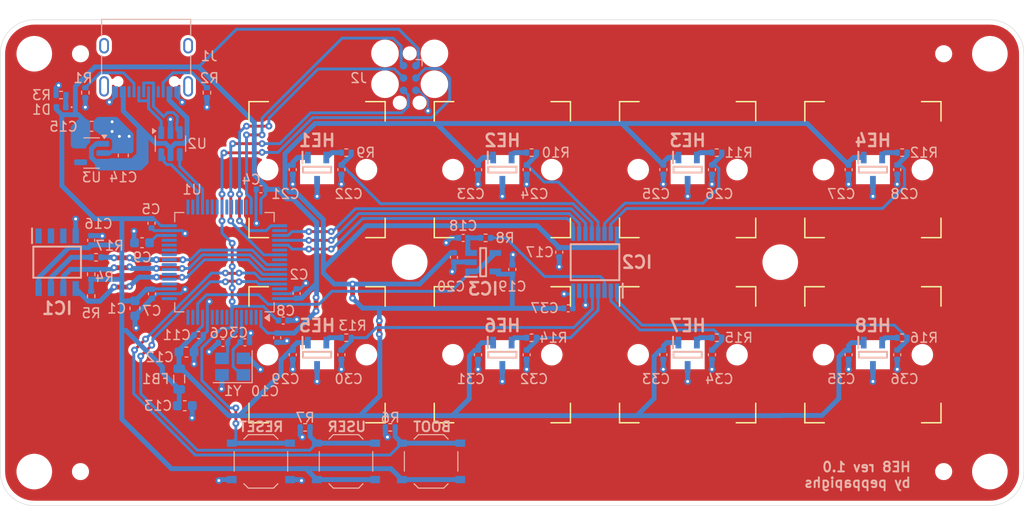
<source format=kicad_pcb>
(kicad_pcb (version 20240108) (generator "pcbnew") (generator_version "8.0")
  (layers (0 "F.Cu" power) (31 "B.Cu" signal) (34 "B.Paste" user) (35 "F.Paste" user) (36 "B.SilkS" user "B.Silkscreen") (37 "F.SilkS" user "F.Silkscreen") (38 "B.Mask" user) (39 "F.Mask" user) (44 "Edge.Cuts" user))
  (net 0 "")
  (net 1 "GND")
  (net 2 "+3.3V")
  (net 3 "/RCC_OSC_IN")
  (net 4 "/RCC_OSC_OUT")
  (net 5 "NRST")
  (net 6 "Net-(U1-VCAP_1)")
  (net 7 "+3.3VA")
  (net 8 "VBUS")
  (net 9 "HE_0")
  (net 10 "HE_1")
  (net 11 "HE_2")
  (net 12 "HE_3")
  (net 13 "HE_4")
  (net 14 "HE_5")
  (net 15 "HE_6")
  (net 16 "HE_7")
  (net 17 "Net-(D1-K)")
  (net 18 "Net-(HE1-VO)")
  (net 19 "Net-(HE2-VO)")
  (net 20 "Net-(HE3-VO)")
  (net 21 "Net-(HE4-VO)")
  (net 22 "Net-(HE5-VO)")
  (net 23 "Net-(HE6-VO)")
  (net 24 "Net-(HE7-VO)")
  (net 25 "Net-(HE8-VO)")
  (net 26 "WC")
  (net 27 "SCL")
  (net 28 "SDA")
  (net 29 "MUX_SELECT_2")
  (net 30 "MUX_SELECT_0")
  (net 31 "MUX_SELECT_1")
  (net 32 "MUX_0_OUT")
  (net 33 "ADC_0")
  (net 34 "/USB_PLUG_D+")
  (net 35 "Net-(J1-CC1)")
  (net 36 "Net-(J1-CC2)")
  (net 38 "/USB_PLUG_D-")
  (net 44 "SWO")
  (net 45 "SWDIO")
  (net 46 "SWCLK")
  (net 47 "BOOT0")
  (net 59 "USB_D+")
  (net 64 "USB_D-")
  (net 85 "USER")
  (net 86 "Net-(IC3-+)")
  (net 92 "Net-(IC1-~{WC})")
  (footprint "HE8:MX-1U-NoPins" (layer "F.Cu") (at 152.75 47.75)
    (property "Reference" "H1")
    (property "Value" "MX_1U_NoPins" (hide yes))
  )
  (footprint "HE8:MX-1U-NoPins" (layer "F.Cu") (at 171.8 47.75)
    (property "Reference" "H2")
    (property "Value" "MX_1U_NoPins" (hide yes))
  )
  (footprint "HE8:MX-1U-NoPins" (layer "F.Cu") (at 209.9 66.8)
    (property "Reference" "H8")
    (property "Value" "MX_1U_NoPins" (hide yes))
  )
  (footprint "HE8:MX-1U-NoPins" (layer "F.Cu") (at 190.85 66.8)
    (property "Reference" "H7")
    (property "Value" "MX_1U_NoPins" (hide yes))
  )
  (footprint "HE8:MX-1U-NoPins" (layer "F.Cu") (at 171.8 66.8)
    (property "Reference" "H6")
    (property "Value" "MX_1U_NoPins" (hide yes))
  )
  (footprint "HE8:MX-1U-NoPins" (layer "F.Cu") (at 152.75 66.8)
    (property "Reference" "H5")
    (property "Value" "MX_1U_NoPins" (hide yes))
  )
  (footprint "HE8:MX-1U-NoPins" (layer "F.Cu") (at 190.85 47.75)
    (property "Reference" "H3")
    (property "Value" "MX_1U_NoPins" (hide yes))
  )
  (footprint "HE8:ToolingHole" (layer "F.Cu") (at 217.175 35.825)
    (property "Reference" "H16" (hide yes))
    (property "Value" "ToolingHole")
  )
  (footprint "HE8:ToolingHole" (layer "F.Cu") (at 128.425 78.825)
    (property "Reference" "H17" (hide yes))
    (property "Value" "ToolingHole")
  )
  (footprint "HE8:ToolingHole" (layer "F.Cu") (at 217.175 78.825)
    (property "Reference" "H18" (hide yes))
    (property "Value" "ToolingHole")
  )
  (footprint "HE8:MX-1U-NoPins" (layer "F.Cu") (at 209.9 47.75)
    (property "Reference" "H4")
    (property "Value" "MX_1U_NoPins" (hide yes))
  )
  (footprint "HE8:ToolingHole" (layer "F.Cu") (at 128.425 35.825)
    (property "Reference" "H15" (hide yes))
    (property "Value" "ToolingHole")
  )
  (footprint "Capacitor_SMD:C_0402_1005Metric" (layer "B.Cu") (at 148.65 65.05 -90)
    (property "Reference" "C10")
    (property "Value" "100n")
  )
  (footprint "Capacitor_SMD:C_0402_1005Metric" (layer "B.Cu") (at 212.4 47.75 -90)
    (property "Reference" "C28")
    (property "Value" "1n")
  )
  (footprint "MountingHole:MountingHole_3.2mm_M3" (layer "B.Cu") (at 123.675 78.825 180)
    (property "Reference" "H11" (hide yes))
    (property "Value" "MountingHole" (hide yes))
  )
  (footprint "Resistor_SMD:R_0402_1005Metric" (layer "B.Cu") (at 174.8 46)
    (property "Reference" "R10")
    (property "Value" "470")
  )
  (footprint "Package_TO_SOT_SMD:SOT-23-6" (layer "B.Cu") (at 137.675 45.075 -90)
    (property "Reference" "U2")
    (property "Value" "USBLC6-2SC6")
  )
  (footprint "Resistor_SMD:R_0402_1005Metric" (layer "B.Cu") (at 193.85 65.05)
    (property "Reference" "R15")
    (property "Value" "470")
  )
  (footprint "Capacitor_SMD:C_0402_1005Metric" (layer "B.Cu") (at 135.775 60.525 -90)
    (property "Reference" "C7")
    (property "Value" "100n")
  )
  (footprint "Capacitor_SMD:C_0603_1608Metric" (layer "B.Cu") (at 134.75 55.275)
    (property "Reference" "C9")
    (property "Value" "4.7u")
  )
  (footprint "MountingHole:MountingHole_3.2mm_M3" (layer "B.Cu") (at 221.925 78.825 180)
    (property "Reference" "H12" (hide yes))
    (property "Value" "MountingHole" (hide yes))
  )
  (footprint "HE8:SOT95P280X140-3N" (layer "B.Cu") (at 152.75 66.8 -90)
    (property "Reference" "HE5")
    (property "Value" "SS39ET" (hide yes))
  )
  (footprint "Capacitor_SMD:C_0603_1608Metric" (layer "B.Cu") (at 132.825 46.29 90)
    (property "Reference" "C14")
    (property "Value" "2.2u")
  )
  (footprint "Capacitor_SMD:C_0402_1005Metric" (layer "B.Cu") (at 167.775 54.775 180)
    (property "Reference" "C18")
    (property "Value" "1n")
  )
  (footprint "Connector_USB:USB_C_Receptacle_XKB_U262-16XN-4BVC11" (layer "B.Cu") (at 135.175 36.075)
    (property "Reference" "J1")
    (property "Value" "U262-161N-4BVC11")
  )
  (footprint "Capacitor_SMD:C_0603_1608Metric" (layer "B.Cu") (at 134.025 62.025 -90)
    (property "Reference" "C1")
    (property "Value" "10u")
  )
  (footprint "Capacitor_SMD:C_0402_1005Metric" (layer "B.Cu") (at 193.35 47.75 -90)
    (property "Reference" "C26")
    (property "Value" "1n")
  )
  (footprint "MountingHole:MountingHole_3.2mm_M3" (layer "B.Cu") (at 123.675 35.825 180)
    (property "Reference" "H9" (hide yes))
    (property "Value" "MountingHole" (hide yes))
  )
  (footprint "Resistor_SMD:R_0402_1005Metric" (layer "B.Cu") (at 160.275 74.275 180)
    (property "Reference" "R6")
    (property "Value" "10k")
  )
  (footprint "Capacitor_SMD:C_0402_1005Metric" (layer "B.Cu") (at 174.3 66.8 -90)
    (property "Reference" "C32")
    (property "Value" "1n")
  )
  (footprint "Crystal:Crystal_SMD_3225-4Pin_3.2x2.5mm" (layer "B.Cu") (at 144.075 68.025 180)
    (property "Reference" "Y1")
    (property "Value" "25MHZ")
  )
  (footprint "Resistor_SMD:R_0402_1005Metric" (layer "B.Cu") (at 212.9 65.05)
    (property "Reference" "R16")
    (property "Value" "470")
  )
  (footprint "Capacitor_SMD:C_0402_1005Metric" (layer "B.Cu") (at 129.525 55.025 90)
    (property "Reference" "C16")
    (property "Value" "100n")
  )
  (footprint "Capacitor_SMD:C_0402_1005Metric" (layer "B.Cu") (at 166.825 56.775 -90)
    (property "Reference" "C20")
    (property "Value" "100n")
  )
  (footprint "Resistor_SMD:R_0402_1005Metric" (layer "B.Cu") (at 174.8 65.05)
    (property "Reference" "R14")
    (property "Value" "470")
  )
  (footprint "HE8:SOT95P280X140-3N" (layer "B.Cu") (at 209.9 47.75 -90)
    (property "Reference" "HE4")
    (property "Value" "SS39ET" (hide yes))
  )
  (footprint "Capacitor_SMD:C_0402_1005Metric" (layer "B.Cu") (at 207.4 47.75 -90)
    (property "Reference" "C27")
    (property "Value" "100n")
  )
  (footprint "HE8:SOT95P280X140-3N" (layer "B.Cu") (at 209.9 66.8 -90)
    (property "Reference" "HE8")
    (property "Value" "SS39ET" (hide yes))
  )
  (footprint "Capacitor_SMD:C_0402_1005Metric" (layer "B.Cu") (at 188.35 66.8 -90)
    (property "Reference" "C33")
    (property "Value" "100n")
  )
  (footprint "Inductor_SMD:L_0805_2012Metric" (layer "B.Cu") (at 138.575 69.3 -90)
    (property "Reference" "FB1")
    (property "Value" "100R@100MHz")
  )
  (footprint "Resistor_SMD:R_0402_1005Metric" (layer "B.Cu") (at 130.025 56.775)
    (property "Reference" "R17")
    (property "Value" "10k")
  )
  (footprint "Resistor_SMD:R_0402_1005Metric" (layer "B.Cu") (at 141.425 39.825 90)
    (property "Reference" "R2")
    (property "Value" "5.1k")
  )
  (footprint "Connector:Tag-Connect_TC2030-IDC-FP_2x03_P1.27mm_Vertical" (layer "B.Cu") (at 162.275 38.325 -90)
    (property "Reference" "J2")
    (property "Value" "TC2030")
  )
  (footprint "HE8:SOIC127P600X175-8N" (layer "B.Cu") (at 126.025 57.275 -90)
    (property "Reference" "IC1")
    (property "Value" "M24C64-RMN6TP" (hide yes))
  )
  (footprint "Button_Switch_SMD:SW_Push_1P1T_XKB_TS-1187A" (layer "B.Cu") (at 146.975 77.775 180)
    (property "Reference" "SW1" (hide yes))
    (property "Value" "TS-1187A-B-A-B")
  )
  (footprint "HE8:SOT95P280X140-3N" (layer "B.Cu") (at 190.85 66.8 -90)
    (property "Reference" "HE7")
    (property "Value" "SS39ET" (hide yes))
  )
  (footprint "Capacitor_SMD:C_0402_1005Metric" (layer "B.Cu") (at 172.825 58.025 90)
    (property "Reference" "C19")
    (property "Value" "100n")
  )
  (footprint "Resistor_SMD:R_0402_1005Metric" (layer "B.Cu") (at 170.075 54.775 180)
    (property "Reference" "R8")
    (property "Value" "470")
  )
  (footprint "Capacitor_SMD:C_0402_1005Metric" (layer "B.Cu") (at 169.3 47.75 -90)
    (property "Reference" "C23")
    (property "Value" "100n")
  )
  (footprint "HE8:SOT95P280X140-3N" (layer "B.Cu") (at 171.8 47.75 -90)
    (property "Reference" "HE2")
    (property "Value" "SS39ET" (hide yes))
  )
  (footprint "Capacitor_SMD:C_0402_1005Metric" (layer "B.Cu") (at 178.575 62.025)
    (property "Reference" "C37")
    (property "Value" "100n")
  )
  (footprint "Package_TO_SOT_SMD:SOT-23-5" (layer "B.Cu") (at 129.575 46.04 180)
    (property "Reference" "U3")
    (property "Value" "TLV75733PDBV")
  )
  (footprint "HE8:SOT95P280X140-3N" (layer "B.Cu") (at 152.75 47.75 -90)
    (property "Reference" "HE1")
    (property "Value" "SS39ET" (hide yes))
  )
  (footprint "MountingHole:MountingHole_3.2mm_M3" (layer "B.Cu") (at 200.375 57.275 180)
    (property "Reference" "H14" (hide yes))
    (property "Value" "MountingHole" (hide yes))
  )
  (footprint "LED_SMD:LED_0402_1005Metric" (layer "B.Cu") (at 126.425 41.325 180)
    (property "Reference" "D1")
    (property "Value" "RED")
  )
  (footprint "Capacitor_SMD:C_0402_1005Metric" (layer "B.Cu") (at 212.4 66.8 -90)
    (property "Reference" "C36")
    (property "Value" "1n")
  )
  (footprint "Capacitor_SMD:C_0402_1005Metric" (layer "B.Cu") (at 207.4 66.8 -90)
    (property "Reference" "C35")
    (property "Value" "100n")
  )
  (footprint "HE8:SOT95P280X140-3N" (layer "B.Cu") (at 171.8 66.8 -90)
    (property "Reference" "HE6")
    (property "Value" "SS39ET" (hide yes))
  )
  (footprint "HE8:SOT95P280X145-5N" (layer "B.Cu") (at 169.825 57.275)
    (property "Reference" "IC3")
    (property "Value" "TLV365DBVR" (hide yes))
  )
  (footprint "Capacitor_SMD:C_0603_1608Metric" (layer "B.Cu") (at 139.325 66.525)
    (property "Reference" "C12")
    (property "Value" "1u")
  )
  (footprint "Resistor_SMD:R_0402_1005Metric" (layer "B.Cu") (at 129.525 60.775 -90)
    (property "Reference" "R5")
    (property "Value" "2.2k")
  )
  (footprint "Capacitor_SMD:C_0402_1005Metric" (layer "B.Cu") (at 150.25 47.75 -90)
    (property "Reference" "C21")
    (property "Value" "100n")
  )
  (footprint "Capacitor_SMD:C_0402_1005Metric" (layer "B.Cu") (at 149.275 63.275 180)
    (property "Reference" "C8")
    (property "Value" "100n")
  )
  (footprint "Capacitor_SMD:C_0603_1608Metric" (layer "B.Cu") (at 139.15 72.05)
    (property "Reference" "C13")
    (property "Value" "1u")
  )
  (footprint "MountingHole:MountingHole_3.2mm_M3" (layer "B.Cu") (at 221.925 35.825 180)
    (property "Reference" "H10" (hide yes))
    (property "Value" "MountingHole" (hide yes))
  )
  (footprint "Capacitor_SMD:C_0402_1005Metric" (layer "B.Cu") (at 150.25 66.8 -90)
    (property "Reference" "C29")
    (property "Value" "100n")
  )
  (footprint "Resistor_SMD:R_0402_1005Metric" (layer "B.Cu") (at 155.75 65.05)
    (property "Reference" "R13")
    (property "Value" "470")
  )
  (footprint "HE8:SOP65P640X120-16N" (layer "B.Cu") (at 181.325 57.275 90)
    (property "Reference" "IC2")
    (property "Value" "TMUX1308PWR" (hide yes))
  )
  (footprint "Resistor_SMD:R_0402_1005Metric" (layer "B.Cu") (at 193.85 46)
    (property "Reference" "R11")
    (property "Value" "470")
  )
  (footprint "Capacitor_SMD:C_0402_1005Metric" (layer "B.Cu") (at 146.975 49.775 180)
    (property "Reference" "C4")
    (property "Value" "100n")
  )
  (footprint "Resistor_SMD:R_0402_1005Metric" (layer "B.Cu") (at 151.525 74.275 180)
    (property "Reference" "R7")
    (property "Value" "10k")
  )
  (footprint "Capacitor_SMD:C_0402_1005Metric" (layer "B.Cu") (at 145.325 65.525)
    (property "Reference" "C3")
    (property "Value" "15p")
  )
  (footprint "Capacitor_SMD:C_0402_1005Metric" (layer "B.Cu") (at 143.075 65.575 180)
    (property "Reference" "C6")
    (property "Value" "15p")
  )
  (footprint "Capacitor_SMD:C_0603_1608Metric" (layer "B.Cu") (at 129.575 43.29)
    (property "Reference" "C15")
    (property "Value" "2.2u")
  )
  (footprint "Button_Switch_SMD:SW_Push_1P1T_XKB_TS-1187A" (layer "B.Cu") (at 164.475 77.775 180)
    (property "Reference" "SW2" (hide yes))
    (property "Value" "TS-1187A-B-A-B")
  )
  (footprint "Capacitor_SMD:C_0402_1005Metric" (layer "B.Cu") (at 155.25 66.8 -90)
    (property "Reference" "C30")
    (property "Value" "1n")
  )
  (footprint "MountingHole:MountingHole_3.2mm_M3" (layer "B.Cu") (at 162.275 57.275 180)
    (property "Reference" "H13" (hide yes))
    (property "Value" "MountingHole" (hide yes))
  )
  (footprint "Resistor_SMD:R_0402_1005Metric" (layer "B.Cu") (at 212.9 46)
    (property "Reference" "R12")
    (property "Value" "470")
  )
  (footprint "Capacitor_SMD:C_0402_1005Metric" (layer "B.Cu") (at 150.65 60.5 90)
    (property "Reference" "C2")
    (property "Value" "100n")
  )
  (footprint "Resistor_SMD:R_0402_1005Metric" (layer "B.Cu") (at 128.925 39.825 -90)
    (property "Reference" "R1")
    (property "Value" "5.1k")
  )
  (footprint "Package_QFP:LQFP-64_10x10mm_P0.5mm" (layer "B.Cu") (at 143.225 57.275 90)
    (property "Reference" "U1")
    (property "Value" "STM32F446RET6")
  )
  (footprint "Capacitor_SMD:C_0402_1005Metric" (layer "B.Cu") (at 174.3 47.75 -90)
    (property "Reference" "C24")
    (property "Value" "1n")
  )
  (footprint "Capacitor_SMD:C_0402_1005Metric" (layer "B.Cu") (at 193.35 66.8 -90)
    (property "Reference" "C34")
    (property "Value" "1n")
  )
  (footprint "Capacitor_SMD:C_0402_1005Metric" (layer "B.Cu") (at 155.25 47.75 -90)
    (property "Reference" "C22")
    (property "Value" "1n")
  )
  (footprint "Capacitor_SMD:C_0402_1005Metric" (layer "B.Cu") (at 135.725 53.275 -90)
    (property "Reference" "C5")
    (property "Value" "100n")
  )
  (footprint "Capacitor_SMD:C_0402_1005Metric" (layer "B.Cu") (at 140.575 64.775)
    (property "Reference" "C11")
    (property "Value" "100n")
  )
  (footprint "Resistor_SMD:R_0402_1005Metric" (layer "B.Cu") (at 155.75 46)
    (property "Reference" "R9")
    (property "Value" "470")
  )
  (footprint "Capacitor_SMD:C_0402_1005Metric" (layer "B.Cu") (at 177.65 56.25 -90)
    (property "Reference" "C17")
    (property "Value" "100n")
  )
  (footprint "Capacitor_SMD:C_0402_1005Metric" (layer "B.Cu") (at 188.35 47.75 -90)
    (property "Reference" "C25")
    (property "Value" "100n")
  )
  (footprint "Resistor_SMD:R_0402_1005Metric" (layer "B.Cu") (at 129.525 58.525 -90)
    (property "Reference" "R4")
    (property "Value" "2.2k")
  )
  (footprint "Capacitor_SMD:C_0402_1005Metric" (layer "B.Cu") (at 169.3 66.8 -90)
    (property "Reference" "C31")
    (property "Value" "100n")
  )
  (footprint "HE8:SOT95P280X140-3N" (layer "B.Cu") (at 190.85 47.75 -90)
    (property "Reference" "HE3")
    (property "Value" "SS39ET" (hide yes))
  )
  (footprint "Resistor_SMD:R_0402_1005Metric" (layer "B.Cu") (at 126.425 40.075 180)
    (property "Reference" "R3")
    (property "Value" "1k")
  )
  (footprint "Button_Switch_SMD:SW_Push_1P1T_XKB_TS-1187A" (layer "B.Cu") (at 155.725 77.775 180)
    (property "Reference" "SW3" (hide yes))
    (property "Value" "TS-1187A-B-A-B")
  )
  (gr_arc (start 225.425 78.825) (mid 224.399874 81.299874) (end 221.925 82.325) (stroke (width 0.05)) (layer "Edge.Cuts"))
  (gr_arc (start 221.925 32.325) (mid 224.399874 33.350126) (end 225.425 35.825) (stroke (width 0.05)) (layer "Edge.Cuts"))
  (gr_line (start 225.425 78.825) (end 225.425 35.825) (stroke (width 0.05)) (layer "Edge.Cuts"))
  (gr_arc (start 120.175 35.825) (mid 121.200126 33.350126) (end 123.675 32.325) (stroke (width 0.05)) (layer "Edge.Cuts"))
  (gr_line (start 123.675 82.325) (end 221.925 82.325) (stroke (width 0.05)) (layer "Edge.Cuts"))
  (gr_arc (start 123.675 82.325) (mid 121.200126 81.299874) (end 120.175 78.825) (stroke (width 0.05)) (layer "Edge.Cuts"))
  (gr_line (start 123.675 32.325) (end 221.925 32.325) (stroke (width 0.05)) (layer "Edge.Cuts"))
  (gr_line (start 120.175 35.825) (end 120.175 78.825) (stroke (width 0.05)) (layer "Edge.Cuts"))
  (gr_text "USER" (at 157.9 74.8 0) (layer "B.SilkS") (effects (font (size 1 1) (thickness 0.2) (bold yes)) (justify left bottom mirror)))
  (gr_text "HE8 rev 1.0\nby peppapighs" (at 213.9 80.55 0) (layer "B.SilkS") (effects (font (size 1 1) (thickness 0.2) (bold yes)) (justify left bottom mirror)))
  (gr_text "RESET" (at 149.4 74.8 0) (layer "B.SilkS") (effects (font (size 1 1) (thickness 0.2) (bold yes)) (justify left bottom mirror)))
  (gr_text "BOOT" (at 166.65 74.8 0) (layer "B.SilkS") (effects (font (size 1 1) (thickness 0.2) (bold yes)) (justify left bottom mirror)))
  (via (at 174.3 68.3) (size 0.7) (drill 0.3) (layers "F.Cu" "B.Cu") (net 1))
  (via (at 142.65 79.75) (size 0.7) (drill 0.3) (layers "F.Cu" "B.Cu") (net 1))
  (via (at 146.925 68.325) (size 0.7) (drill 0.3) (layers "F.Cu" "B.Cu") (net 1))
  (via (at 212.4 49.25) (size 0.7) (drill 0.3) (layers "F.Cu" "B.Cu") (net 1))
  (via (at 141.675 61.325) (size 0.7) (drill 0.3) (layers "F.Cu" "B.Cu") (net 1))
  (via (at 172.9 56.5) (size 0.7) (drill 0.3) (layers "F.Cu" "B.Cu") (net 1))
  (via (at 190.85 50.5) (size 0.7) (drill 0.3) (layers "F.Cu" "B.Cu") (net 1))
  (via (at 171.8 50.5) (size 0.7) (drill 0.3) (layers "F.Cu" "B.Cu") (net 1))
  (via (at 180.35 61.7) (size 0.7) (drill 0.3) (layers "F.Cu" "B.Cu") (net 1))
  (via (at 149.65 65.37) (size 0.7) (drill 0.3) (layers "F.Cu" "B.Cu") (net 1))
  (via (at 139.175 60.075) (size 0.7) (drill 0.3) (layers "F.Cu" "B.Cu") (net 1))
  (via (at 150.25 68.3) (size 0.7) (drill 0.3) (layers "F.Cu" "B.Cu") (net 1))
  (via (at 166.65 58.25) (size 0.7) (drill 0.3) (layers "F.Cu" "B.Cu") (net 1))
  (via (at 207.4 68.3) (size 0.7) (drill 0.3) (layers "F.Cu" "B.Cu") (net 1))
  (via (at 127.925 52.825) (size 0.7) (drill 0.3) (layers "F.Cu" "B.Cu") (net 1))
  (via (at 159.987909 75.278172) (size 0.7) (drill 0.3) (layers "F.Cu" "B.Cu") (net 1))
  (via (at 171.8 69.55) (size 0.7) (drill 0.3) (layers "F.Cu" "B.Cu") (net 1))
  (via (at 145.925 64.575) (size 0.7) (drill 0.3) (layers "F.Cu" "B.Cu") (net 1))
  (via (at 152.75 50.5) (size 0.7) (drill 0.3) (layers "F.Cu" "B.Cu") (net 1))
  (via (at 166.025 55.275) (size 0.7) (drill 0.3) (layers "F.Cu" "B.Cu") (net 1))
  (via (at 188.35 68.3) (size 0.7) (drill 0.3) (layers "F.Cu" "B.Cu") (net 1))
  (via (at 133.425 44.325) (size 0.7) (drill 0.3) (layers "F.Cu" "B.Cu") (net 1))
  (via (at 139.175 54.325) (size 0.7) (drill 0.3) (layers "F.Cu" "B.Cu") (net 1))
  (via (at 151.237909 75.278172) (size 0.7) (drill 0.3) (layers "F.Cu" "B.Cu") (net 1))
  (via (at 141.65 66.5) (size 0.7) (drill 0.3) (layers "F.Cu" "B.Cu") (net 1))
  (via (at 151.15 79.75) (size 0.7) (drill 0.3) (layers "F.Cu" "B.Cu") (net 1))
  (via (at 209.9 69.55) (size 0.7) (drill 0.3) (layers "F.Cu" "B.Cu") (net 1))
  (via (at 169.3 68.3) (size 0.7) (drill 0.3) (layers "F.Cu" "B.Cu") (net 1))
  (via (at 150.664314 63.164314) (size 0.7) (drill 0.3) (layers "F.Cu" "B.Cu") (net 1))
  (via (at 140.1 67.75) (size 0.7) (drill 0.3) (layers "F.Cu" "B.Cu") (net 1))
  (via (at 142.925 70.325) (size 0.7) (drill 0.3) (layers "F.Cu" "B.Cu") (net 1))
  (via (at 193.35 49.25) (size 0.7) (drill 0.3) (layers "F.Cu" "B.Cu") (net 1))
  (via (at 128.925 41.325) (size 0.7) (drill 0.3) (layers "F.Cu" "B.Cu") (net 1))
  (via (at 141.425 41.325) (size 0.7) (drill 0.3) (layers "F.Cu" "B.Cu") (net 1))
  (via (at 126.175 39.075) (size 0.7) (drill 0.3) (layers "F.Cu" "B.Cu") (net 1))
  (via (at 150.25 49.25) (size 0.7) (drill 0.3) (layers "F.Cu" "B.Cu") (net 1))
  (via (at 131.675 42.825) (size 0.7) (drill 0.3) (layers "F.Cu" "B.Cu") (net 1))
  (via (at 177.65 57.75) (size 0.7) (drill 0.3) (layers "F.Cu" "B.Cu") (net 1))
  (via (at 146.525 53.275) (size 0.7) (drill 0.3) (layers "F.Cu" "B.Cu") (net 1))
  (via (at 155.25 68.3) (size 0.7) (drill 0.3) (layers "F.Cu" "B.Cu") (net 1))
  (via (at 164.15 41.7) (size 0.7) (drill 0.3) (layers "F.Cu" "B.Cu") (net 1))
  (via (at 130.675 54.575) (size 0.7) (drill 0.3) (layers "F.Cu" "B.Cu") (net 1))
  (via (at 178.15 60.55) (size 0.7) (drill 0.3) (layers "F.Cu" "B.Cu") (net 1))
  (via (at 132.425 44.325) (size 0.7) (drill 0.3) (layers "F.Cu" "B.Cu") (net 1))
  (via (at 137.675 42.575) (size 0.7) (drill 0.3) (layers "F.Cu" "B.Cu") (net 1))
  (via (at 212.4 68.3) (size 0.7) (drill 0.3) (layers "F.Cu" "B.Cu") (net 1))
  (via (at 131.675 43.825) (size 0.7) (drill 0.3) (layers "F.Cu" "B.Cu") (net 1))
  (via (at 133.925 54.075) (size 0.7) (drill 0.3) (layers "F.Cu" "B.Cu") (net 1))
  (via (at 155.25 49.25) (size 0.7) (drill 0.3) (layers "F.Cu" "B.Cu") (net 1))
  (via (at 152.75 69.55) (size 0.7) (drill 0.3) (layers "F.Cu" "B.Cu") (net 1))
  (via (at 138.884925 40.815075) (size 0.7) (drill 0.3) (layers "F.Cu" "B.Cu") (net 1))
  (via (at 188.35 49.25) (size 0.7) (drill 0.3) (layers "F.Cu" "B.Cu") (net 1))
  (via (at 134.15 64.05) (size 0.7) (drill 0.3) (layers "F.Cu" "B.Cu") (net 1))
  (via (at 151.584314 59.434314) (size 0.7) (drill 0.3) (layers "F.Cu" "B.Cu") (net 1))
  (via (at 209.9 50.5) (size 0.7) (drill 0.3) (layers "F.Cu" "B.Cu") (net 1))
  (via (at 193.35 68.3) (size 0.7) (drill 0.3) (layers "F.Cu" "B.Cu") (net 1))
  (via (at 190.85 69.55) (size 0.7) (drill 0.3) (layers "F.Cu" "B.Cu") (net 1))
  (via (at 174.3 49.25) (size 0.7) (drill 0.3) (layers "F.Cu" "B.Cu") (net 1))
  (via (at 169.3 49.25) (size 0.7) (drill 0.3) (layers "F.Cu" "B.Cu") (net 1))
  (via (at 207.4 49.25) (size 0.7) (drill 0.3) (layers "F.Cu" "B.Cu") (net 1))
  (via (at 139.9 73.3) (size 0.7) (drill 0.3) (layers "F.Cu" "B.Cu") (net 1))
  (via (at 131.4 40.8) (size 0.7) (drill 0.3) (layers "F.Cu" "B.Cu") (net 1))
  (segment (start 141.425 40.335) (end 141.425 41.325) (width 0.5) (layer "B.Cu") (net 1))
  (segment (start 150.603154 60.02) (end 150.65 60.02) (width 0.3) (layer "B.Cu") (net 1))
  (segment (start 138.875 54.025) (end 139.175 54.325) (width 0.3) (layer "B.Cu") (net 1))
  (segment (start 149.755 63.275) (end 150.553628 63.275) (width 0.5) (layer "B.Cu") (net 1))
  (segment (start 139.925 73.275) (end 139.9 73.3) (width 0.5) (layer "B.Cu") (net 1))
  (segment (start 167.295 54.775) (end 166.525 54.775) (width 0.5) (layer "B.Cu") (net 1))
  (segment (start 138.884925 40.815075) (end 138.225 40.15515) (width 0.3) (layer "B.Cu") (net 1))
  (segment (start 134.025 62.8) (end 134.025 62.755) (width 0.5) (layer "B.Cu") (net 1))
  (segment (start 133.925 54.075) (end 133.925 55.225) (width 0.5) (layer "B.Cu") (net 1))
  (segment (start 140.1 67.75) (end 140.1 66.525) (width 0.5) (layer "B.Cu") (net 1))
  (segment (start 159.765 75.055263) (end 159.987909 75.278172) (width 0.5) (layer "B.Cu") (net 1))
  (segment (start 130.645 54.545) (end 130.675 54.575) (width 0.5) (layer "B.Cu") (net 1))
  (segment (start 150.25 48.23) (end 150.25 49.25) (width 0.5) (layer "B.Cu") (net 1))
  (segment (start 135.995 54.025) (end 135.725 53.755) (width 0.3) (layer "B.Cu") (net 1))
  (segment (start 139.925 72.05) (end 139.925 73.275) (width 0.5) (layer "B.Cu") (net 1))
  (segment (start 172.825 56.575) (end 172.9 56.5) (width 0.5) (layer "B.Cu") (net 1))
  (segment (start 150.098154 60.525) (end 150.603154 60.02) (width 0.3) (layer "B.Cu") (net 1))
  (segment (start 166.525 54.775) (end 166.025 55.275) (width 0.5) (layer "B.Cu") (net 1))
  (segment (start 152.75 68.05) (end 152.75 69.55) (width 0.5) (layer "B.Cu") (net 1))
  (segment (start 138.725 60.525) (end 139.175 60.075) (width 0.3) (layer "B.Cu") (net 1))
  (segment (start 169.3 67.28) (end 169.3 68.3) (width 0.5) (layer "B.Cu") (net 1))
  (segment (start 179.055 62.025) (end 179.025 61.995) (width 0.5) (layer "B.Cu") (net 1))
  (segment (start 140.1 66.525) (end 140.1 66.05) (width 0.5) (layer "B.Cu") (net 1))
  (segment (start 171.8 49) (end 171.8 50.5) (width 0.5) (layer "B.Cu") (net 1))
  (segment (start 137.55 60.525) (end 136.301846 60.525) (width 0.3) (layer "B.Cu") (net 1))
  (segment (start 212.4 48.23) (end 212.4 49.25) (width 0.5) (layer "B.Cu") (net 1))
  (segment (start 190.85 49) (end 190.85 50.5) (width 0.5) (layer "B.Cu") (net 1))
  (segment (start 137.55 54.025) (end 138.875 54.025) (width 0.3) (layer "B.Cu") (net 1))
  (segment (start 134.025 62.8) (end 134.025 63.925) (width 0.5) (layer "B.Cu") (net 1))
  (segment (start 145.175 67.175) (end 145.775 67.175) (width 0.5) (layer "B.Cu") (net 1))
  (segment (start 178.713 60.55) (end 179.05 60.213) (width 0.3) (layer "B.Cu") (net 1))
  (segment (start 151.05 79.65) (end 151.15 79.75) (width 0.5) (layer "B.Cu") (net 1))
  (segment (start 134.025 62.755) (end 135.775 61.005) (width 0.5) (layer "B.Cu") (net 1))
  (segment (start 166.825 57.255) (end 168.555 57.255) (width 0.5) (layer "B.Cu") (net 1))
  (segment (start 141.475 62.95) (end 141.475 64.355) (width 0.3) (layer "B.Cu") (net 1))
  (segment (start 172.825 57.545) (end 172.825 56.575) (width 0.5) (layer "B.Cu") (net 1))
  (segment (start 155.25 67.28) (end 155.25 68.3) (width 0.5) (layer "B.Cu") (net 1))
  (segment (start 148.9 60.525) (end 150.098154 60.525) (width 0.3) (layer "B.Cu") (net 1))
  (segment (start 193.35 67.28) (end 193.35 68.3) (width 0.5) (layer "B.Cu") (net 1))
  (segment (start 180.35 61.7) (end 180.35 60.213) (width 0.3) (layer "B.Cu") (net 1))
  (segment (start 179.025 61.995) (end 179.025 60.213) (width 0.5) (layer "B.Cu") (net 1))
  (segment (start 149.49 65.53) (end 149.65 65.37) (width 0.5) (layer "B.Cu") (net 1))
  (segment (start 141.65 66.5) (end 142.575 65.575) (width 0.5) (layer "B.Cu") (net 1))
  (segment (start 207.4 48.23) (end 207.4 49.25) (width 0.5) (layer "B.Cu") (net 1))
  (segment (start 133.925 55.225) (end 133.975 55.275) (width 0.5) (layer "B.Cu") (net 1))
  (segment (start 137.55 60.525) (end 138.725 60.525) (width 0.3) (layer "B.Cu") (net 1))
  (segment (start 151.015 75.055263) (end 151.237909 75.278172) (width 0.5) (layer "B.Cu") (net 1))
  (segment (start 143.975 79.65) (end 142.75 79.65) (width 0.5) (layer "B.Cu") (net 1))
  (segment (start 159.765 74.275) (end 159.765 75.055263) (width 0.5) (layer "B.Cu") (net 1))
  (segment (start 146.475 53.225) (end 146.525 53.275) (width 0.3) (layer "B.Cu") (net 1))
  (segment (start 142.575 65.575) (end 142.595 65.575) (width 0.5) (layer "B.Cu") (net 1))
  (segment (start 137.55 54.025) (end 135.995 54.025) (width 0.3) (layer "B.Cu") (net 1))
  (segment (start 188.35 67.28) (end 188.35 68.3) (width 0.5) (layer "B.Cu") (net 1))
  (segment (start 137.675 43.9375) (end 137.675 42.575) (width 0.5) (layer "B.Cu") (net 1))
  (segment (start 209.9 49) (end 209.9 50.5) (width 0.5) (layer "B.Cu") (net 1))
  (segment (start 125.915 39.335) (end 126.175 39.075) (width 0.5) (layer "B.Cu") (net 1))
  (segment (start 128.925 40.335) (end 128.925 41.325) (width 0.5) (layer "B.Cu") (net 1))
  (segment (start 136.301846 60.525) (end 135.821846 61.005) (width 0.3) (layer "B.Cu") (net 1))
  (segment (start 177.65 56.73) (end 177.65 57.75) (width 0.5) (layer "B.Cu") (net 1))
  (segment (start 164.15 40.55685) (end 163.18815 39.595) (width 0.2) (layer "B.Cu") (net 1))
  (segment (start 151.584314 59.434314) (end 150.998628 60.02) (width 0.3) (layer "B.Cu") (net 1))
  (segment (start 145.805 64.695) (end 145.925 64.575) (width 0.5) (layer "B.Cu") (net 1))
  (segment (start 145.805 65.525) (end 145.805 64.695) (width 0.5) (layer "B.Cu") (net 1))
  (segment (start 150.998628 60.02) (end 150.65 60.02) (width 0.3) (layer "B.Cu") (net 1))
  (segment (start 141.475 64.355) (end 141.055 64.775) (width 0.3) (layer "B.Cu") (net 1))
  (segment (start 134.025 63.925) (end 134.15 64.05) (width 0.5) (layer "B.Cu") (net 1))
  (segment (start 209.9 68.05) (end 209.9 69.55) (width 0.5) (layer "B.Cu") (net 1))
  (segment (start 188.35 48.23) (end 188.35 49.25) (width 0.5) (layer "B.Cu") (net 1))
  (segment (start 145.775 67.175) (end 146.925 68.325) (width 0.5) (layer "B.Cu") (net 1))
  (segment (start 142.75 79.65) (end 142.65 79.75) (width 0.5) (layer "B.Cu") (net 1))
  (segment (start 178.15 60.55) (end 178.713 60.55) (width 0.3) (layer "B.Cu") (net 1))
  (segment (start 141.055 65.095) (end 141.055 64.775) (width 0.5) (layer "B.Cu") (net 1))
  (segment (start 169.3 48.23) (end 169.3 49.25) (width 0.5) (layer "B.Cu") (net 1))
  (segment (start 174.3 67.28) (end 174.3 68.3) (width 0.5) (layer "B.Cu") (net 1))
  (segment (start 151.015 74.275) (end 151.015 75.055263) (width 0.5) (layer "B.Cu") (net 1))
  (segment (start 163.18815 39.595) (end 162.91 39.595) (width 0.2) (layer "B.Cu") (net 1))
  (segment (start 129.525 54.545) (end 130.645 54.545) (width 0.5) (layer "B.Cu") (net 1))
  (segment (start 135.821846 61.005) (end 135.775 61.005) (width 0.3) (layer "B.Cu") (net 1))
  (segment (start 142.975 68.875) (end 142.975 70.275) (width 0.5) (layer "B.Cu") (net 1))
  (segment (start 155.25 48.23) (end 155.25 49.25) (width 0.5) (layer "B.Cu") (net 1))
  (segment (start 171.8 68.05) (end 171.8 69.55) (width 0.5) (layer "B.Cu") (net 1))
  (segment (start 146.475 51.6) (end 146.475 53.225) (width 0.3) (layer "B.Cu") (net 1))
  (segment (start 148.65 65.53) (end 149.49 65.53) (width 0.5) (layer "B.Cu") (net 1))
  (segment (start 132.125 40.075) (end 132.125 39.745) (width 0.3) (layer "B.Cu") (net 1))
  (segment (start 166.825 58.075) (end 166.65 58.25) (width 0.5) (layer "B.Cu") (net 1))
  (segment (start 164.15 41.7) (end 164.15 40.55685) (width 0.2) (layer "B.Cu") (net 1))
  (segment (start 131.4 40.8) (end 132.125 40.075) (width 0.3) (layer "B.Cu") (net 1))
  (segment (start 207.4 67.28) (end 207.4 68.3) (width 0.5) (layer "B.Cu") (net 1))
  (segment (start 127.93 52.83) (end 127.925 52.825) (width 0.5) (layer "B.Cu") (net 1))
  (segment (start 141.475 62.95) (end 141.475 61.525) (width 0.3) (layer "B.Cu") (net 1))
  (segment (start 212.4 67.28) (end 212.4 68.3) (width 0.5) (layer "B.Cu") (net 1))
  (segment (start 150.553628 63.275) (end 150.664314 63.164314) (width 0.5) (layer "B.Cu") (net 1))
  (segment (start 146.475 49.795) (end 146.475 51.6) (width 0.3) (layer "B.Cu") (net 1))
  (segment (start 149.975 79.65) (end 151.05 79.65) (width 0.5) (layer "B.Cu") (net 1))
  (segment (start 127.93 54.563) (end 127.93 52.83) (width 0.5) (layer "B.Cu") (net 1))
  (segment (start 125.915 40.075) (end 125.915 39.335) (width 0.5) (layer "B.Cu") (net 1))
  (segment (start 168.555 57.255) (end 168.575 57.275) (width 0.5) (layer "B.Cu") (net 1))
  (segment (start 150.25 67.28) (end 150.25 68.3) (width 0.5) (layer "B.Cu") (net 1))
  (segment (start 146.495 49.775) (end 146.475 49.795) (width 0.3) (layer "B.Cu") (net 1))
  (segment (start 140.1 66.05) (end 141.055 65.095) (width 0.5) (layer "B.Cu") (net 1))
  (segment (start 138.225 40.15515) (end 138.225 39.745) (width 0.3) (layer "B.Cu") (net 1))
  (segment (start 142.975 70.275) (end 142.925 70.325) (width 0.5) (layer "B.Cu") (net 1))
  (segment (start 174.3 48.23) (end 174.3 49.25) (width 0.5) (layer "B.Cu") (net 1))
  (segment (start 152.75 49) (end 152.75 50.5) (width 0.5) (layer "B.Cu") (net 1))
  (segment (start 190.85 68.05) (end 190.85 69.55) (width 0.5) (layer "B.Cu") (net 1))
  (segment (start 141.475 61.525) (end 141.675 61.325) (width 0.3) (layer "B.Cu") (net 1))
  (segment (start 166.825 57.255) (end 166.825 58.075) (width 0.5) (layer "B.Cu") (net 1))
  (segment (start 193.35 48.23) (end 193.35 49.25) (width 0.5) (layer "B.Cu") (net 1))
  (segment (start 152.65 60.91) (end 152.65 62.31) (width 0.5) (layer "F.Cu") (net 2))
  (via (at 152.65 60.91) (size 0.7) (drill 0.3) (layers "F.Cu" "B.Cu") (net 2))
  (via (at 152.65 62.31) (size 0.7) (drill 0.3) (layers "F.Cu" "B.Cu") (net 2))
  (segment (start 150.26005 50.75) (end 152.7 53.18995) (width 0.5) (layer "B.Cu") (net 2))
  (segment (start 132.675 61.275) (end 132.675 63.5) (width 0.5) (layer "B.Cu") (net 2))
  (segment (start 133.3 61.25) (end 134.025 61.25) (width 0.5) (layer "B.Cu") (net 2))
  (segment (start 129.895 52.795) (end 132.675 52.795) (width 0.5) (layer "B.Cu") (net 2))
  (segment (start 147.67 64.57) (end 148.65 64.57) (width 0.3) (layer "B.Cu") (net 2))
  (segment (start 126.51092 42.095) (end 126.51092 49.41092) (width 0.5) (layer "B.Cu") (net 2))
  (segment (start 132.675 61.275) (end 133.275 61.275) (width 0.5) (layer "B.Cu") (net 2))
  (segment (start 146.975 63.875) (end 147.67 64.57) (width 0.3) (layer "B.Cu") (net 2))
  (segment (start 133.1 64.3) (end 136.85 68.05) (width 0.5) (layer "B.Cu") (net 2))
  (segment (start 126.51092 42.095) (end 125.94 41.52408) (width 0.5) (layer "B.Cu") (net 2))
  (segment (start 148.9 61.025) (end 150.605 61.025) (width 0.3) (layer "B.Cu") (net 2))
  (segment (start 135.945 52.795) (end 135.725 52.795) (width 0.3) (layer "B.Cu") (net 2))
  (segment (start 146.295 48.319544) (end 147.455 49.479544) (width 0.5) (layer "B.Cu") (net 2))
  (segment (start 136.675 53.525) (end 135.945 52.795) (width 0.3) (layer "B.Cu") (net 2))
  (segment (start 149.628679 50.75) (end 150.26005 50.75) (width 0.5) (layer "B.Cu") (net 2))
  (segment (start 163.1503 35.3003) (end 161.15 33.3) (width 0.3) (layer "B.Cu") (net 2))
  (segment (start 146.975 51.6) (end 146.975 50.775) (width 0.3) (layer "B.Cu") (net 2))
  (segment (start 129.525 55.505) (end 129.2545 55.7755) (width 0.5) (layer "B.Cu") (net 2))
  (segment (start 138.575 71.85) (end 138.375 72.05) (width 0.5) (layer "B.Cu") (net 2))
  (segment (start 127.2245 55.7755) (end 124.12 58.88) (width 0.5) (layer "B.Cu") (net 2))
  (segment (start 128.8 42.7) (end 128.195 42.095) (width 0.5) (layer "B.Cu") (net 2))
  (segment (start 152.7 59.45) (end 152.7 60.86) (width 0.5) (layer "B.Cu") (net 2))
  (segment (start 137.55 60.025) (end 135.795 60.025) (width 0.3) (layer "B.Cu") (net 2))
  (segment (start 136.85 68.05) (end 136.85 68.6375) (width 0.5) (layer "B.Cu") (net 2))
  (segment (start 147.455 50.295) (end 147.455 49.775) (width 0.3) (layer "B.Cu") (net 2))
  (segment (start 132.675 63.5) (end 132.675 64.3) (width 0.5) (layer "B.Cu") (net 2))
  (segment (start 147.455 49.775) (end 148.75 49.775) (width 0.5) (layer "B.Cu") (net 2))
  (segment (start 129.2545 55.7755) (end 127.2245 55.7755) (width 0.5) (layer "B.Cu") (net 2))
  (segment (start 133.275 61.275) (end 133.3 61.25) (width 0.5) (layer "B.Cu") (net 2))
  (segment (start 134.025 61.25) (end 135.23 60.045) (width 0.5) (layer "B.Cu") (net 2))
  (segment (start 144.46 33.3) (end 140.58 37.18) (width 0.3) (layer "B.Cu") (net 2))
  (segment (start 135.795 60.025) (end 135.775 60.045) (width 0.3) (layer "B.Cu") (net 2))
  (segment (start 150.39 64.57) (end 148.65 64.57) (width 0.5) (layer "B.Cu") (net 2))
  (segment (start 128.195 42.095) (end 127.9 42.095) (width 0.5) (layer "B.Cu") (net 2))
  (segment (start 132.675 64.3) (end 132.675 73.425) (width 0.5) (layer "B.Cu") (net 2))
  (segment (start 132.675 59.075) (end 132.675 61.275) (width 0.5) (layer "B.Cu") (net 2))
  (segment (start 146.295 42.895) (end 146.295 48.319544) (width 0.5) (layer "B.Cu") (net 2))
  (segment (start 150.605 61.025) (end 150.65 60.98) (width 0.3) (layer "B.Cu") (net 2))
  (segment (start 126.51092 49.41092) (end 129.895 52.795) (width 0.5) (layer "B.Cu") (net 2))
  (segment (start 132.675 73.425) (end 137.775 78.525) (width 0.5) (layer "B.Cu") (net 2))
  (segment (start 148.75 49.775) (end 148.75 49.871321) (width 0.5) (layer "B.Cu") (net 2))
  (segment (start 160.35 78.525) (end 161.475 79.65) (width 0.5) (layer "B.Cu") (net 2))
  (segment (start 128.8 43.29) (end 128.8 42.7) (width 0.5) (layer "B.Cu") (net 2))
  (segment (start 136.85 68.6375) (end 138.575 70.3625) (width 0.5) (layer "B.Cu") (net 2))
  (segment (start 132.675 52.795) (end 135.725 52.795) (width 0.5) (layer "B.Cu") (net 2))
  (segment (start 132.635 59.035) (end 132.675 59.075) (width 0.5) (layer "B.Cu") (net 2))
  (segment (start 158.725 79.65) (end 152.725 79.65) (width 0.5) (layer "B.Cu") (net 2))
  (segment (start 129.525 55.505) (end 132.605 55.505) (width 0.5) (layer "B.Cu") (net 2))
  (segment (start 147.455 49.479544) (end 147.455 49.775) (width 0.5) (layer "B.Cu") (net 2))
  (segment (start 129.525 59.035) (end 132.635 59.035) (width 0.5) (layer "B.Cu") (net 2))
  (segment (start 132.675 52.795) (end 132.675 55.575) (width 0.5) (layer "B.Cu") (net 2))
  (segment (start 146.975 50.775) (end 147.455 50.295) (width 0.3) (layer "B.Cu") (net 2))
  (segment (start 135.23 60.045) (end 135.775 60.045) (width 0.5) (layer "B.Cu") (net 2))
  (segment (start 125.94 41.52408) (end 125.94 41.325) (width 0.5) (layer "B.Cu") (net 2))
  (segment (start 132.675 55.575) (end 132.675 58.2) (width 0.5) (layer "B.Cu") (net 2))
  (segment (start 137.775 78.525) (end 150.925 78.525) (width 0.5) (layer "B.Cu") (net 2))
  (segment (start 152.725 79.65) (end 151.6 78.525) (width 0.5) (layer "B.Cu") (net 2))
  (segment (start 138.575 70.3625) (end 138.575 71.85) (width 0.5) (layer "B.Cu") (net 2))
  (segment (start 161.15 33.3) (end 144.46 33.3) (width 0.3) (layer "B.Cu") (net 2))
  (segment (start 151.6 78.525) (end 150.925 78.525) (width 0.5) (layer "B.Cu") (net 2))
  (segment (start 132.605 55.505) (end 132.675 55.575) (width 0.5) (layer "B.Cu") (net 2))
  (segment (start 150.925 78.525) (end 160.35 78.525) (width 0.5) (layer "B.Cu") (net 2))
  (segment (start 127.9 42.095) (end 127.9 39.188944) (width 0.5) (layer "B.Cu") (net 2))
  (segment (start 162.91 37.055) (end 163.1503 36.8147) (width 0.3) (layer "B.Cu") (net 2))
  (segment (start 132.675 64.3) (end 133.1 64.3) (width 0.5) (layer "B.Cu") (net 2))
  (segment (start 137.55 53.525) (end 136.675 53.525) (width 0.3) (layer "B.Cu") (net 2))
  (segment (start 151.17 60.98) (end 150.65 60.98) (width 0.5) (layer "B.Cu") (net 2))
  (segment (start 132.675 58.2) (end 132.675 59.075) (width 0.5) (layer "B.Cu") (net 2))
  (segment (start 124.12 58.88) (end 124.12 59.987) (width 0.5) (layer "B.Cu") (net 2))
  (segment (start 152.7 53.18995) (end 152.7 59.45) (width 0.5) (layer "B.Cu") (net 2))
  (segment (start 163.1503 36.8147) (end 163.1503 35.3003) (width 0.3) (layer "B.Cu") (net 2))
  (segment (start 129.525 59.035) (end 129.525 60.265) (width 0.5) (layer "B.Cu") (net 2))
  (segment (start 146.975 62.95) (end 146.975 63.875) (width 0.3) (layer "B.Cu") (net 2))
  (segment (start 152.7 60.86) (end 152.65 60.91) (width 0.5) (layer "B.Cu") (net 2))
  (segment (start 152.65 62.31) (end 150.39 64.57) (width 0.5) (layer "B.Cu") (net 2))
  (segment (start 167.475 79.65) (end 161.475 79.65) (width 0.5) (layer "B.Cu") (net 2))
  (segment (start 129.908944 37.18) (end 140.58 37.18) (width 0.5) (layer "B.Cu") (net 2))
  (segment (start 127.9 39.188944) (end 129.908944 37.18) (width 0.5) (layer "B.Cu") (net 2))
  (segment (start 127.9 42.095) (end 126.51092 42.095) (width 0.5) (layer "B.Cu") (net 2))
  (segment (start 152.7 59.45) (end 151.17 60.98) (width 0.5) (layer "B.Cu") (net 2))
  (segment (start 140.58 37.18) (end 146.295 42.895) (width 0.5) (layer "B.Cu") (net 2))
  (segment (start 148.75 49.871321) (end 149.628679 50.75) (width 0.5) (layer "B.Cu") (net 2))
  (segment (start 144.845 65.525) (end 144.125 66.245) (width 0.3) (layer "B.Cu") (net 3))
  (segment (start 144.125 68.025) (end 144.975 68.875) (width 0.3) (layer "B.Cu") (net 3))
  (segment (start 144.125 66.245) (end 144.125 68.025) (width 0.3) (layer "B.Cu") (net 3))
  (segment (start 144.975 62.95) (end 144.975 65.395) (width 0.3) (layer "B.Cu") (net 3))
  (segment (start 144.975 68.875) (end 145.175 68.875) (width 0.3) (layer "B.Cu") (net 3))
  (segment (start 144.975 65.395) (end 144.845 65.525) (width 0.3) (layer "B.Cu") (net 3))
  (segment (start 143.555 66.595) (end 142.975 67.175) (width 0.3) (layer "B.Cu") (net 4))
  (segment (start 144.475 62.95) (end 144.475 64.425) (width 0.3) (layer "B.Cu") (net 4))
  (segment (start 143.555 65.345) (end 143.555 65.575) (width 0.3) (layer "B.Cu") (net 4))
  (segment (start 144.475 64.425) (end 143.555 65.345) (width 0.3) (layer "B.Cu") (net 4))
  (segment (start 143.555 65.575) (end 143.555 66.595) (width 0.3) (layer "B.Cu") (net 4))
  (segment (start 147.045009 46.025) (end 147.095 45.975009) (width 0.3) (layer "F.Cu") (net 5))
  (segment (start 142.974994 53.025) (end 142.974994 50.275) (width 0.3) (layer "F.Cu") (net 5))
  (segment (start 144.4 72.275) (end 144.4 73.875) (width 0.3) (layer "F.Cu") (net 5))
  (segment (start 143.174997 46.025) (end 147.045009 46.025) (width 0.3) (layer "F.Cu") (net 5))
  (segment (start 144.025 55.325) (end 144.025 57.725) (width 0.3) (layer "F.Cu") (net 5))
  (segment (start 144.025 61.325) (end 144.025 59.925) (width 0.3) (layer "F.Cu") (net 5))
  (via (at 144.4 72.275) (size 0.7) (drill 0.3) (layers "F.Cu" "B.Cu") (net 5))
  (via (at 147.095 45.975009) (size 0.7) (drill 0.3) (layers "F.Cu" "B.Cu") (net 5))
  (via (at 144.025 61.325) (size 0.7) (drill 0.3) (layers "F.Cu" "B.Cu") (net 5))
  (via (at 143.174997 46.025) (size 0.7) (drill 0.3) (layers "F.Cu" "B.Cu") (net 5))
  (via (at 144.025 55.325) (size 0.7) (drill 0.3) (layers "F.Cu" "B.Cu") (net 5))
  (via (at 144.4 73.875) (size 0.7) (drill 0.3) (layers "F.Cu" "B.Cu") (net 5))
  (via (at 144.025 59.925) (size 0.7) (drill 0.3) (layers "F.Cu" "B.Cu") (net 5))
  (via (at 142.974994 50.275) (size 0.7) (drill 0.3) (layers "F.Cu" "B.Cu") (net 5))
  (via (at 142.974994 53.025) (size 0.7) (drill 0.3) (layers "F.Cu" "B.Cu") (net 5))
  (via (at 144.025 57.725) (size 0.7) (drill 0.3) (layers "F.Cu" "B.Cu") (net 5))
  (segment (start 152.301472 42.4) (end 164.55 42.4) (width 0.3) (layer "B.Cu") (net 5))
  (segment (start 165.424159 37.35245) (end 163.88255 37.35245) (width 0.3) (layer "B.Cu") (net 5))
  (segment (start 142.923528 64.075) (end 140.9 66.098528) (width 0.3) (layer "B.Cu") (net 5))
  (segment (start 142.974994 50.275) (end 142.974994 46.225003) (width 0.3) (layer "B.Cu") (net 5))
  (segment (start 143.975 62.95) (end 143.975 63.82812) (width 0.3) (layer "B.Cu") (net 5))
  (segment (start 143.975 62.95) (end 143.975 61.375) (width 0.3) (layer "B.Cu") (net 5))
  (segment (start 147.22812 61.825) (end 144.22188 61.825) (width 0.3) (layer "B.Cu") (net 5))
  (segment (start 144.025 55.325) (end 142.974994 54.274994) (width 0.3) (layer "B.Cu") (net 5))
  (segment (start 143.975 61.375) (end 144.025 61.325) (width 0.3) (layer "B.Cu") (net 5))
  (segment (start 144.22188 61.825) (end 143.975 62.07188) (width 0.3) (layer "B.Cu") (net 5))
  (segment (start 140.9 69.451472) (end 143.723528 72.275) (width 0.3) (layer "B.Cu") (net 5))
  (segment (start 147.095 45.975009) (end 148.726463 45.975009) (width 0.3) (layer "B.Cu") (net 5))
  (segment (start 143.975 62.07188) (end 143.975 62.95) (width 0.3) (layer "B.Cu") (net 5))
  (segment (start 142.974994 46.225003) (end 143.174997 46.025) (width 0.3) (layer "B.Cu") (net 5))
  (segment (start 164.55 42.4) (end 166.38245 40.56755) (width 0.3) (layer "B.Cu") (net 5))
  (segment (start 166.38245 38.310741) (end 165.424159 37.35245) (width 0.3) (layer "B.Cu") (net 5))
  (segment (start 148.795 63.275) (end 148.67812 63.275) (width 0.3) (layer "B.Cu") (net 5))
  (segment (start 148.726463 45.975009) (end 152.301472 42.4) (width 0.3) (layer "B.Cu") (net 5))
  (segment (start 143.723528 72.275) (end 144.4 72.275) (width 0.3) (layer "B.Cu") (net 5))
  (segment (start 143.975 63.82812) (end 143.72812 64.075) (width 0.3) (layer "B.Cu") (net 5))
  (segment (start 142.974994 54.274994) (end 142.974994 53.025) (width 0.3) (layer "B.Cu") (net 5))
  (segment (start 144.025 59.925) (end 144.025 57.725) (width 0.3) (layer "B.Cu") (net 5))
  (segment (start 144.4 75.475) (end 143.975 75.9) (width 0.3) (layer "B.Cu") (net 5))
  (segment (start 148.67812 63.275) (end 147.22812 61.825) (width 0.3) (layer "B.Cu") (net 5))
  (segment (start 140.9 66.098528) (end 140.9 69.451472) (width 0.3) (layer "B.Cu") (net 5))
  (segment (start 144.4 73.875) (end 144.4 75.475) (width 0.3) (layer "B.Cu") (net 5))
  (segment (start 163.88255 37.35245) (end 162.91 38.325) (width 0.3) (layer "B.Cu") (net 5))
  (segment (start 166.38245 40.56755) (end 166.38245 38.310741) (width 0.3) (layer "B.Cu") (net 5))
  (segment (start 143.72812 64.075) (end 142.923528 64.075) (width 0.3) (layer "B.Cu") (net 5))
  (segment (start 143.975 75.9) (end 149.975 75.9) (width 0.5) (layer "B.Cu") (net 5))
  (segment (start 136.275 54.525) (end 137.55 54.525) (width 0.3) (layer "B.Cu") (net 6))
  (segment (start 135.525 55.275) (end 136.275 54.525) (width 0.3) (layer "B.Cu") (net 6))
  (segment (start 159.15 64.7) (end 159.15 63.3) (width 0.5) (layer "F.Cu") (net 7))
  (segment (start 156.4 60.975) (end 156.4 59.525) (width 0.5) (layer "F.Cu") (net 7))
  (via (at 156.4 60.975) (size 0.7) (drill 0.3) (layers "F.Cu" "B.Cu") (net 7))
  (via (at 159.15 64.7) (size 0.7) (drill 0.3) (layers "F.Cu" "B.Cu") (net 7))
  (via (at 159.15 63.3) (size 0.7) (drill 0.3) (layers "F.Cu" "B.Cu") (net 7))
  (via (at 156.4 59.525) (size 0.7) (drill 0.3) (layers "F.Cu" "B.Cu") (net 7))
  (segment (start 187.4 66.960001) (end 188.040001 66.32) (width 0.5) (layer "B.Cu") (net 7))
  (segment (start 175.405 53.525) (end 177.65 55.77) (width 0.5) (layer "B.Cu") (net 7))
  (segment (start 154.525 59.525) (end 153.4 58.4) (width 0.5) (layer "B.Cu") (net 7))
  (segment (start 169.3 66.32) (end 169.3 65.95) (width 0.5) (layer "B.Cu") (net 7))
  (segment (start 169.8 46.5) (end 170.85 46.5) (width 0.5) (layer "B.Cu") (net 7))
  (segment (start 153.4 52.9) (end 150.55 50.05) (width 0.5) (layer "B.Cu") (net 7))
  (segment (start 149.045 68.761371) (end 149.045 67.336734) (width 0.5) (layer "B.Cu") (net 7))
  (segment (start 149.918629 50.05) (end 149.45 49.581371) (width 0.5) (layer "B.Cu") (net 7))
  (segment (start 157.15 73.075) (end 159.205 71.02) (width 0.5) (layer "B.Cu") (net 7))
  (segment (start 207.4 47.27) (end 207.4 47) (width 0.5) (layer "B.Cu") (net 7))
  (segment (start 150.25 66.32) (end 150.25 66) (width 0.5) (layer "B.Cu") (net 7))
  (segment (start 171.355 58.505) (end 172.825 58.505) (width 0.5) (layer "B.Cu") (net 7))
  (segment (start 149.45 47.760001) (end 149.940001 47.27) (width 0.5) (layer "B.Cu") (net 7))
  (segment (start 149.940001 47.27) (end 150.25 47.27) (width 0.5) (layer "B.Cu") (net 7))
  (segment (start 149.45 47.760001) (end 149.45 46.1) (width 0.5) (layer "B.Cu") (net 7))
  (segment (start 144.731371 73.075) (end 149.045 68.761371) (width 0.5) (layer "B.Cu") (net 7))
  (segment (start 156.4 59.525) (end 154.525 59.525) (width 0.5) (layer "B.Cu") (net 7))
  (segment (start 150.75 46.5) (end 151.8 46.5) (width 0.5) (layer "B.Cu") (net 7))
  (segment (start 188.7 65.55) (end 189.9 65.55) (width 0.5) (layer "B.Cu") (net 7))
  (segment (start 149.045 67.336734) (end 150.061734 66.32) (width 0.5) (layer "B.Cu") (net 7))
  (segment (start 183.3795 55.77) (end 183.625 55.5245) (width 0.5) (layer "B.Cu") (net 7))
  (segment (start 164.15 73.075) (end 166.65 73.075) (width 0.5) (layer "B.Cu") (net 7))
  (segment (start 181.9 43) (end 184.08 43) (width 0.5) (layer "B.Cu") (net 7))
  (segment (start 188.35 47) (end 188.85 46.5) (width 0.5) (layer "B.Cu") (net 7))
  (segment (start 172.825 61.975) (end 172.825 58.505) (width 0.5) (layer "B.Cu") (net 7))
  (segment (start 169.3 47) (end 169.8 46.5) (width 0.5) (layer "B.Cu") (net 7))
  (segment (start 207.9 46.5) (end 208.95 46.5) (width 0.5) (layer "B.Cu") (net 7))
  (segment (start 156.4 59.525) (end 163.285001 59.525) (width 0.5) (layer "B.Cu") (net 7))
  (segment (start 149.45 49.581371) (end 149.45 47.760001) (width 0.5) (layer "B.Cu") (net 7))
  (segment (start 159.205 64.755) (end 159.15 64.7) (width 0.5) (layer "B.Cu") (net 7))
  (segment (start 183.625 55.5245) (end 183.625 54.654999) (width 0.5) (layer "B.Cu") (net 7))
  (segment (start 188.85 46.5) (end 189.9 46.5) (width 0.5) (layer "B.Cu") (net 7))
  (segment (start 138.55 66.525) (end 138.55 68.2125) (width 0.5) (layer "B.Cu") (net 7))
  (segment (start 153.4 58.4) (end 153.4 52.9) (width 0.5) (layer "B.Cu") (net 7))
  (segment (start 138.575 66.55) (end 138.55 66.525) (width 0.5) (layer "B.Cu") (net 7))
  (segment (start 138.55 66.525) (end 138.55 66.32) (width 0.5) (layer "B.Cu") (net 7))
  (segment (start 169.3 65.95) (end 169.7 65.55) (width 0.5) (layer "B.Cu") (net 7))
  (segment (start 140.095 64.70812) (end 140.095 64.775) (width 0.3) (layer "B.Cu") (net 7))
  (segment (start 140.975 62.95) (end 140.975 63.82812) (width 0.3) (layer "B.Cu") (net 7))
  (segment (start 204.65 73.05) (end 206.4 71.3) (width 0.5) (layer "B.Cu") (net 7))
  (segment (start 172.775 62.025) (end 159.175 62.025) (width 0.5) (layer "B.Cu") (net 7))
  (segment (start 207.7 65.55) (end 208.95 65.55) (width 0.5) (layer "B.Cu") (net 7))
  (segment (start 207.4 66.32) (end 207.4 65.85) (width 0.5) (layer "B.Cu") (net 7))
  (segment (start 164.15 73.075) (end 180.925 73.075) (width 0.5) (layer "B.Cu") (net 7))
  (segment (start 184.4 73.075) (end 200.461259 73.075) (width 0.5) (layer "B.Cu") (net 7))
  (segment (start 203.13 43) (end 207.4 47.27) (width 0.5) (layer "B.Cu") (net 7))
  (segment (start 159.175 62.025) (end 159.15 62) (width 0.5) (layer "B.Cu") (net 7))
  (segment (start 150.25 66) (end 150.7 65.55) (width 0.5) (layer "B.Cu") (net 7))
  (segment (start 140.975 63.82812) (end 140.095 64.70812) (width 0.3) (layer "B.Cu") (net 7))
  (segment (start 185.625 73.075) (end 187.4 71.3) (width 0.5) (layer "B.Cu") (net 7))
  (segment (start 169.3 47.27) (end 169.3 47) (width 0.5) (layer "B.Cu") (net 7))
  (segment (start 157.425 62) (end 156.4 60.975) (width 0.5) (layer "B.Cu") (net 7))
  (segment (start 181.9 43) (end 203.13 43) (width 0.5) (layer "B.Cu") (net 7))
  (segment (start 149.45 46.1) (end 152.55 43) (width 0.5) (layer "B.Cu") (net 7))
  (segment (start 157.15 73.075) (end 163.425 73.075) (width 0.5) (layer "B.Cu") (net 7))
  (segment (start 161.675 73.075) (end 164.15 73.075) (width 0.5) (layer "B.Cu") (net 7))
  (segment (start 206.4 67.010001) (end 207.090001 66.32) (width 0.5) (layer "B.Cu") (net 7))
  (segment (start 138.55 66.32) (end 140.095 64.775) (width 0.5) (layer "B.Cu") (net 7))
  (segment (start 207.090001 66.32) (end 207.4 66.32) (width 0.5) (layer "B.Cu") (net 7))
  (segment (start 159.205 71.02) (end 159.205 64.755) (width 0.5) (layer "B.Cu") (net 7))
  (segment (start 187.4 71.3) (end 187.4 66.960001) (width 0.5) (layer "B.Cu") (net 7))
  (segment (start 207.4 47) (end 207.9 46.5) (width 0.5) (layer "B.Cu") (net 7))
  (segment (start 153.4 57.9) (end 157.775 53.525) (width 0.5) (layer "B.Cu") (net 7))
  (segment (start 164.4 43) (end 181.9 43) (width 0.5) (layer "B.Cu") (net 7))
  (segment (start 143.675 73.075) (end 144.731371 73.075) (width 0.5) (layer "B.Cu") (net 7))
  (segment (start 159.15 63.3) (end 159.15 62) (width 0.5) (layer "B.Cu") (net 7))
  (segment (start 168.4 66.910001) (end 168.990001 66.32) (width 0.5) (layer "B.Cu") (net 7))
  (segment (start 206.4 71.3) (end 206.4 67.010001) (width 0.5) (layer "B.Cu") (net 7))
  (segment (start 150.25 47) (end 150.75 46.5) (width 0.5) (layer "B.Cu") (net 7))
  (segment (start 159.15 62) (end 157.425 62) (width 0.5) (layer "B.Cu") (net 7))
  (segment (start 200.486259 73.05) (end 204.65 73.05) (width 0.5) (layer "B.Cu") (net 7))
  (segment (start 165.03 43) (end 169.3 47.27) (width 0.5) (layer "B.Cu") (net 7))
  (segment (start 166.515001 56.295) (end 166.825 56.295) (width 0.5) (layer "B.Cu") (net 7))
  (segment (start 171.075 58.225) (end 171.355 58.505) (width 0.5) (layer "B.Cu") (net 7))
  (segment (start 166.65 73.075) (end 168.4 71.325) (width 0.5) (layer "B.Cu") (net 7))
  (segment (start 177.65 55.77) (end 183.3795 55.77) (width 0.5) (layer "B.Cu") (net 7))
  (segment (start 138.55 68.2125) (end 138.575 68.2375) (width 0.5) (layer "B.Cu") (net 7))
  (segment (start 152.55 43) (end 164.4 43) (width 0.5) (layer "B.Cu") (net 7))
  (segment (start 157.775 53.525) (end 175.405 53.525) (width 0.5) (layer "B.Cu") (net 7))
  (segment (start 150.25 47.27) (end 150.25 47) (width 0.5) (layer "B.Cu") (net 7))
  (segment (start 150.55 50.05) (end 149.918629 50.05) (width 0.5) (layer "B.Cu") (net 7))
  (segment (start 188.35 65.9) (end 188.7 65.55) (width 0.5) (layer "B.Cu") (net 7))
  (segment (start 188.35 66.32) (end 188.35 65.9) (width 0.5) (layer "B.Cu") (net 7))
  (segment (start 163.285001 59.525) (end 166.515001 56.295) (width 0.5) (layer "B.Cu") (net 7))
  (segment (start 200.461259 73.075) (end 200.486259 73.05) (width 0.5) (layer "B.Cu") (net 7))
  (segment (start 168.990001 66.32) (end 169.3 66.32) (width 0.5) (layer "B.Cu") (net 7))
  (segment (start 168.4 71.325) (end 168.4 66.910001) (width 0.5) (layer "B.Cu") (net 7))
  (segment (start 188.35 47.27) (end 188.35 47) (width 0.5) (layer "B.Cu") (net 7))
  (segment (start 138.575 68.2375) (end 138.8375 68.2375) (width 0.5) (layer "B.Cu") (net 7))
  (segment (start 164.4 43) (end 165.03 43) (width 0.5) (layer "B.Cu") (net 7))
  (segment (start 143.675 73.075) (end 157.15 73.075) (width 0.5) (layer "B.Cu") (net 7))
  (segment (start 153.4 58.025) (end 153.4 57.9) (width 0.5) (layer "B.Cu") (net 7))
  (segment (start 188.040001 66.32) (end 188.35 66.32) (width 0.5) (layer "B.Cu") (net 7))
  (segment (start 169.7 65.55) (end 170.85 65.55) (width 0.5) (layer "B.Cu") (net 7))
  (segment (start 172.775 62.025) (end 172.825 61.975) (width 0.5) (layer "B.Cu") (net 7))
  (segment (start 184.08 43) (end 188.35 47.27) (width 0.5) (layer "B.Cu") (net 7))
  (segment (start 207.4 65.85) (end 207.7 65.55) (width 0.5) (layer "B.Cu") (net 7))
  (segment (start 150.061734 66.32) (end 150.25 66.32) (width 0.5) (layer "B.Cu") (net 7))
  (segment (start 138.8375 68.2375) (end 143.675 73.075) (width 0.5) (layer "B.Cu") (net 7))
  (segment (start 178.095 62.025) (end 172.775 62.025) (width 0.5) (layer "B.Cu") (net 7))
  (segment (start 184.4 73.075) (end 185.625 73.075) (width 0.5) (layer "B.Cu") (net 7))
  (segment (start 150.7 65.55) (end 151.8 65.55) (width 0.5) (layer "B.Cu") (net 7))
  (segment (start 180.925 73.075) (end 184.4 73.075) (width 0.5) (layer "B.Cu") (net 7))
  (segment (start 130.7125 46.99) (end 130.050001 46.99) (width 0.5) (layer "B.Cu") (net 8))
  (segment (start 139.374999 42.436521) (end 137.525 40.586522) (width 0.5) (layer "B.Cu") (net 8))
  (segment (start 130.050001 46.99) (end 129.55 46.489999) (width 0.5) (layer "B.Cu") (net 8))
  (segment (start 136.15 45.05) (end 132.825 41.725) (width 0.5) (layer "B.Cu") (net 8))
  (segment (start 139.374999 44.702684) (end 139.374999 42.436521) (width 0.5) (layer "B.Cu") (net 8))
  (segment (start 137.675 45.550001) (end 137.174999 45.05) (width 0.5) (layer "B.Cu") (net 8))
  (segment (start 137.174999 45.05) (end 136.15 45.05) (width 0.5) (layer "B.Cu") (net 8))
  (segment (start 137.675 46.2125) (end 137.675 45.550001) (width 0.5) (layer "B.Cu") (net 8))
  (segment (start 139.027683 45.05) (end 139.374999 44.702684) (width 0.5) (layer "B.Cu") (net 8))
  (segment (start 129.55 45.590001) (end 130.050001 45.09) (width 0.5) (layer "B.Cu") (net 8))
  (segment (start 137.525 40.586522) (end 137.525 39.745) (width 0.5) (layer "B.Cu") (net 8))
  (segment (start 138.175001 45.05) (end 139.027683 45.05) (width 0.5) (layer "B.Cu") (net 8))
  (segment (start 132.825 41.725) (end 132.825 39.745) (width 0.5) (layer "B.Cu") (net 8))
  (segment (start 129.55 46.489999) (end 129.55 45.590001) (width 0.5) (layer "B.Cu") (net 8))
  (segment (start 130.050001 45.09) (end 130.7125 45.09) (width 0.5) (layer "B.Cu") (net 8))
  (segment (start 137.675 45.550001) (end 138.175001 45.05) (width 0.5) (layer "B.Cu") (net 8))
  (segment (start 155.296846 47.27) (end 155.25 47.27) (width 0.3) (layer "B.Cu") (net 9))
  (segment (start 156.26 46) (end 156.26 46.26) (width 0.5) (layer "B.Cu") (net 9))
  (segment (start 156.26 46.26) (end 155.25 47.27) (width 0.5) (layer "B.Cu") (net 9))
  (segment (start 159.276846 51.25) (end 155.296846 47.27) (width 0.3) (layer "B.Cu") (net 9))
  (segment (start 181 54.337) (end 181 53.185287) (width 0.3) (layer "B.Cu") (net 9))
  (segment (start 181 53.185287) (end 179.064713 51.25) (width 0.3) (layer "B.Cu") (net 9))
  (segment (start 179.064713 51.25) (end 159.276846 51.25) (width 0.3) (layer "B.Cu") (net 9))
  (segment (start 175.31 46) (end 175.31 46.26) (width 0.5) (layer "B.Cu") (net 10))
  (segment (start 181.65 54.337) (end 181.65 53.12818) (width 0.3) (layer "B.Cu") (net 10))
  (segment (start 176.101846 49.025) (end 174.346846 47.27) (width 0.3) (layer "B.Cu") (net 10))
  (segment (start 181.65 53.12818) (end 177.54682 49.025) (width 0.3) (layer "B.Cu") (net 10))
  (segment (start 174.346846 47.27) (end 174.3 47.27) (width 0.3) (layer "B.Cu") (net 10))
  (segment (start 177.54682 49.025) (end 176.101846 49.025) (width 0.3) (layer "B.Cu") (net 10))
  (segment (start 175.31 46.26) (end 174.3 47.27) (width 0.5) (layer "B.Cu") (net 10))
  (segment (start 182.3 53.2995) (end 184.3995 51.2) (width 0.3) (layer "B.Cu") (net 11))
  (segment (start 194.05 47.65) (end 193.67 47.27) (width 0.3) (layer "B.Cu") (net 11))
  (segment (start 194.36 46.26) (end 193.35 47.27) (width 0.5) (layer "B.Cu") (net 11))
  (segment (start 192.45 51.2) (end 194.05 49.6) (width 0.3) (layer "B.Cu") (net 11))
  (segment (start 194.36 46) (end 194.36 46.26) (width 0.5) (layer "B.Cu") (net 11))
  (segment (start 182.3 54.337) (end 182.3 53.2995) (width 0.3) (layer "B.Cu") (net 11))
  (segment (start 184.3995 51.2) (end 192.45 51.2) (width 0.3) (layer "B.Cu") (net 11))
  (segment (start 194.05 49.6) (end 194.05 47.65) (width 0.3) (layer "B.Cu") (net 11))
  (segment (start 193.67 47.27) (end 193.35 47.27) (width 0.3) (layer "B.Cu") (net 11))
  (segment (start 213.41 46.26) (end 212.4 47.27) (width 0.5) (layer "B.Cu") (net 12))
  (segment (start 210.88995 51.75) (end 213.15 49.48995) (width 0.3) (layer "B.Cu") (net 12))
  (segment (start 182.95 54.337) (end 182.95 53.356606) (width 0.3) (layer "B.Cu") (net 12))
  (segment (start 213.15 47.710001) (end 212.709999 47.27) (width 0.3) (layer "B.Cu") (net 12))
  (segment (start 212.709999 47.27) (end 212.4 47.27) (width 0.3) (layer "B.Cu") (net 12))
  (segment (start 213.15 49.48995) (end 213.15 47.710001) (width 0.3) (layer "B.Cu") (net 12))
  (segment (start 184.556606 51.75) (end 210.88995 51.75) (width 0.3) (layer "B.Cu") (net 12))
  (segment (start 213.41 46) (end 213.41 46.26) (width 0.5) (layer "B.Cu") (net 12))
  (segment (start 182.95 53.356606) (end 184.556606 51.75) (width 0.3) (layer "B.Cu") (net 12))
  (segment (start 156.26 65.05) (end 156.26 65.31) (width 0.5) (layer "B.Cu") (net 13))
  (segment (start 181.05 60.263) (end 181.05 62.1) (width 0.3) (layer "B.Cu") (net 13))
  (segment (start 157.81005 65.05) (end 156.26 65.05) (width 0.3) (layer "B.Cu") (net 13))
  (segment (start 179.15 64) (end 160.005 64) (width 0.3) (layer "B.Cu") (net 13))
  (segment (start 156.26 65.31) (end 155.25 66.32) (width 0.5) (layer "B.Cu") (net 13))
  (segment (start 161.15 64) (end 158.86005 64) (width 0.3) (layer "B.Cu") (net 13))
  (segment (start 158.86005 64) (end 157.81005 65.05) (width 0.3) (layer "B.Cu") (net 13))
  (segment (start 181 60.213) (end 181.05 60.263) (width 0.3) (layer "B.Cu") (net 13))
  (segment (start 181.05 62.1) (end 179.15 64) (width 0.3) (layer "B.Cu") (net 13))
  (segment (start 175.31 65.31) (end 174.3 66.32) (width 0.5) (layer "B.Cu") (net 14))
  (segment (start 178.807106 65.05) (end 175.31 65.05) (width 0.3) (layer "B.Cu") (net 14))
  (segment (start 181.65 60.213) (end 181.65 62.207106) (width 0.3) (layer "B.Cu") (net 14))
  (segment (start 181.65 62.207106) (end 178.807106 65.05) (width 0.3) (layer "B.Cu") (net 14))
  (segment (start 175.31 65.05) (end 175.31 65.31) (width 0.5) (layer "B.Cu") (net 14))
  (segment (start 194.36 65.05) (end 194.36 65.31) (width 0.5) (layer "B.Cu") (net 15))
  (segment (start 185.9495 64.25) (end 193.56 64.25) (width 0.3) (layer "B.Cu") (net 15))
  (segment (start 182.95 60.213) (end 182.95 61.2505) (width 0.3) (layer "B.Cu") (net 15))
  (segment (start 182.95 61.2505) (end 185.9495 64.25) (width 0.3) (layer "B.Cu") (net 15))
  (segment (start 193.56 64.25) (end 194.36 65.05) (width 0.3) (layer "B.Cu") (net 15))
  (segment (start 194.36 65.31) (end 193.35 66.32) (width 0.5) (layer "B.Cu") (net 15))
  (segment (start 183.6 60.213) (end 183.6 61.193394) (width 0.3) (layer "B.Cu") (net 16))
  (segment (start 186.156606 63.75) (end 212.11 63.75) (width 0.3) (layer "B.Cu") (net 16))
  (segment (start 183.6 61.193394) (end 186.156606 63.75) (width 0.3) (layer "B.Cu") (net 16))
  (segment (start 213.41 65.31) (end 212.4 66.32) (width 0.5) (layer "B.Cu") (net 16))
  (segment (start 213.41 65.05) (end 213.41 65.31) (width 0.5) (layer "B.Cu") (net 16))
  (segment (start 212.11 63.75) (end 213.41 65.05) (width 0.3) (layer "B.Cu") (net 16))
  (segment (start 126.91 41.325) (end 126.91 40.1) (width 0.5) (layer "B.Cu") (net 17))
  (segment (start 126.91 40.1) (end 126.935 40.075) (width 0.5) (layer "B.Cu") (net 17))
  (segment (start 154.25 46) (end 155.24 46) (width 0.5) (layer "B.Cu") (net 18))
  (segment (start 153.75 46.5) (end 154.25 46) (width 0.5) (layer "B.Cu") (net 18))
  (segment (start 153.7 46.5) (end 153.75 46.5) (width 0.5) (layer "B.Cu") (net 18))
  (segment (start 173.05 46) (end 174.29 46) (width 0.5) (layer "B.Cu") (net 19))
  (segment (start 172.75 46.3) (end 173.05 46) (width 0.5) (layer "B.Cu") (net 19))
  (segment (start 172.75 46.5) (end 172.75 46.3) (width 0.5) (layer "B.Cu") (net 19))
  (segment (start 192.1 46) (end 193.34 46) (width 0.5) (layer "B.Cu") (net 20))
  (segment (start 191.8 46.5) (end 191.8 46.3) (width 0.5) (layer "B.Cu") (net 20))
  (segment (start 191.8 46.3) (end 192.1 46) (width 0.5) (layer "B.Cu") (net 20))
  (segment (start 211.15 46) (end 212.39 46) (width 0.5) (layer "B.Cu") (net 21))
  (segment (start 210.85 46.5) (end 210.85 46.3) (width 0.5) (layer "B.Cu") (net 21))
  (segment (start 210.85 46.3) (end 211.15 46) (width 0.5) (layer "B.Cu") (net 21))
  (segment (start 210.85 46.5) (end 210.9 46.5) (width 0.5) (layer "B.Cu") (net 21))
  (segment (start 154 65.05) (end 155.24 65.05) (width 0.5) (layer "B.Cu") (net 22))
  (segment (start 153.7 65.55) (end 153.7 65.35) (width 0.5) (layer "B.Cu") (net 22))
  (segment (start 153.7 65.35) (end 154 65.05) (width 0.5) (layer "B.Cu") (net 22))
  (segment (start 172.75 65.55) (end 172.75 65.35) (width 0.5) (layer "B.Cu") (net 23))
  (segment (start 172.75 65.35) (end 173.05 65.05) (width 0.5) (layer "B.Cu") (net 23))
  (segment (start 173.05 65.05) (end 174.29 65.05) (width 0.5) (layer "B.Cu") (net 23))
  (segment (start 191.8 65.55) (end 191.8 65.35) (width 0.5) (layer "B.Cu") (net 24))
  (segment (start 191.8 65.35) (end 192.1 65.05) (width 0.5) (layer "B.Cu") (net 24))
  (segment (start 192.1 65.05) (end 193.34 65.05) (width 0.5) (layer "B.Cu") (net 24))
  (segment (start 211.15 65.05) (end 212.39 65.05) (width 0.5) (layer "B.Cu") (net 25))
  (segment (start 210.85 65.35) (end 211.15 65.05) (width 0.5) (layer "B.Cu") (net 25))
  (segment (start 210.85 65.55) (end 210.85 65.35) (width 0.5) (layer "B.Cu") (net 25))
  (segment (start 136.225 57.016005) (end 136.233995 57.025) (width 0.5) (layer "F.Cu") (net 26))
  (segment (start 136.233995 57.025) (end 138.945711 57.025) (width 0.5) (layer "F.Cu") (net 26))
  (segment (start 133.475 56.825) (end 131.875 56.825) (width 0.5) (layer "F.Cu") (net 26))
  (via (at 133.475 56.825) (size 0.7) (drill 0.3) (layers "F.Cu" "B.Cu") (net 26))
  (via (at 131.875 56.825) (size 0.7) (drill 0.3) (layers "F.Cu" "B.Cu") (net 26))
  (via (at 136.225 57.016005) (size 0.7) (drill 0.3) (layers "F.Cu" "B.Cu") (net 26))
  (via (at 138.945711 57.025) (size 0.7) (drill 0.3) (layers "F.Cu" "B.Cu") (net 26))
  (segment (start 131.825 56.775) (end 130.535 56.775) (width 0.5) (layer "B.Cu") (net 26))
  (segment (start 140.457926 56.317894) (end 140.457926 56.317893) (width 0.3) (layer "B.Cu") (net 26))
  (segment (start 146.077943 56.025) (end 147.577943 57.525) (width 0.3) (layer "B.Cu") (net 26))
  (segment (start 131.875 56.825) (end 131.825 56.775) (width 0.5) (layer "B.Cu") (net 26))
  (segment (start 136.225 57.016005) (end 133.872376 57.016005) (width 0.5) (layer "B.Cu") (net 26))
  (segment (start 133.681371 56.825) (end 133.475 56.825) (width 0.5) (layer "B.Cu") (net 26))
  (segment (start 138.945711 57.025) (end 139.75082 57.025) (width 0.3) (layer "B.Cu") (net 26))
  (segment (start 140.750819 56.025) (end 146.077943 56.025) (width 0.3) (layer "B.Cu") (net 26))
  (segment (start 147.577943 57.525) (end 148.9 57.525) (width 0.3) (layer "B.Cu") (net 26))
  (segment (start 140.457926 56.317893) (end 140.750819 56.025) (width 0.3) (layer "B.Cu") (net 26))
  (segment (start 133.872376 57.016005) (end 133.681371 56.825) (width 0.5) (layer "B.Cu") (net 26))
  (segment (start 139.75082 57.025) (end 140.457926 56.317894) (width 0.3) (layer "B.Cu") (net 26))
  (segment (start 136.225644 57.916007) (end 136.231827 57.92219) (width 0.5) (layer "F.Cu") (net 27))
  (segment (start 136.231827 57.92219) (end 138.87462 57.92219) (width 0.5) (layer "F.Cu") (net 27))
  (segment (start 133.382771 57.842229) (end 133.475 57.75) (width 0.5) (layer "F.Cu") (net 27))
  (segment (start 131.875 57.842229) (end 133.382771 57.842229) (width 0.5) (layer "F.Cu") (net 27))
  (via (at 138.87462 57.92219) (size 0.7) (drill 0.3) (layers "F.Cu" "B.Cu") (net 27))
  (via (at 133.475 57.75) (size 0.7) (drill 0.3) (layers "F.Cu" "B.Cu") (net 27))
  (via (at 136.225644 57.916007) (size 0.7) (drill 0.3) (layers "F.Cu" "B.Cu") (net 27))
  (via (at 131.875 57.842229) (size 0.7) (drill 0.3) (layers "F.Cu" "B.Cu") (net 27))
  (segment (start 136.225644 57.916007) (end 133.641007 57.916007) (width 0.5) (layer "B.Cu") (net 27))
  (segment (start 138.87462 57.92219) (end 139.560736 57.92219) (width 0.3) (layer "B.Cu") (net 27))
  (segment (start 133.641007 57.916007) (end 133.475 57.75) (width 0.5) (layer "B.Cu") (net 27))
  (segment (start 147.370836 58.025) (end 148.9 58.025) (width 0.3) (layer "B.Cu") (net 27))
  (segment (start 131.875 57.842229) (end 131.702229 58.015) (width 0.5) (layer "B.Cu") (net 27))
  (segment (start 131.702229 58.015) (end 129.525 58.015) (width 0.5) (layer "B.Cu") (net 27))
  (segment (start 145.870836 56.525) (end 147.370836 58.025) (width 0.3) (layer "B.Cu") (net 27))
  (segment (start 140.957926 56.525) (end 145.870836 56.525) (width 0.3) (layer "B.Cu") (net 27))
  (segment (start 139.560736 57.92219) (end 140.957926 56.525) (width 0.3) (layer "B.Cu") (net 27))
  (segment (start 129.525 58.015) (end 127.3695 58.015) (width 0.5) (layer "B.Cu") (net 27))
  (segment (start 126.66 58.7245) (end 126.66 59.987) (width 0.5) (layer "B.Cu") (net 27))
  (segment (start 127.3695 58.015) (end 126.66 58.7245) (width 0.5) (layer "B.Cu") (net 27))
  (segment (start 136.239428 58.815904) (end 138.842642 58.815904) (width 0.5) (layer "F.Cu") (net 28))
  (segment (start 133.415 59.835) (end 131.875 59.835) (width 0.5) (layer "F.Cu") (net 28))
  (segment (start 138.842642 58.815904) (end 138.865012 58.838274) (width 0.5) (layer "F.Cu") (net 28))
  (segment (start 133.475 59.775) (end 133.415 59.835) (width 0.5) (layer "F.Cu") (net 28))
  (via (at 138.865012 58.838274) (size 0.7) (drill 0.3) (layers "F.Cu" "B.Cu") (net 28))
  (via (at 136.239428 58.815904) (size 0.7) (drill 0.3) (layers "F.Cu" "B.Cu") (net 28))
  (via (at 131.875 59.835) (size 0.7) (drill 0.3) (layers "F.Cu" "B.Cu") (net 28))
  (via (at 133.475 59.775) (size 0.7) (drill 0.3) (layers "F.Cu" "B.Cu") (net 28))
  (segment (start 129.228 61.285) (end 127.93 59.987) (width 0.5) (layer "B.Cu") (net 28))
  (segment (start 141.165032 57.025) (end 139.351758 58.838274) (width 0.3) (layer "B.Cu") (net 28))
  (segment (start 145.663729 57.025) (end 141.165032 57.025) (width 0.3) (layer "B.Cu") (net 28))
  (segment (start 139.351758 58.838274) (end 138.865012 58.838274) (width 0.3) (layer "B.Cu") (net 28))
  (segment (start 133.475 59.775) (end 134.434096 58.815904) (width 0.5) (layer "B.Cu") (net 28))
  (segment (start 148.9 58.525) (end 147.163729 58.525) (width 0.3) (layer "B.Cu") (net 28))
  (segment (start 134.434096 58.815904) (end 136.239428 58.815904) (width 0.5) (layer "B.Cu") (net 28))
  (segment (start 130.425 61.285) (end 131.875 59.835) (width 0.5) (layer "B.Cu") (net 28))
  (segment (start 129.525 61.285) (end 129.228 61.285) (width 0.5) (layer "B.Cu") (net 28))
  (segment (start 147.163729 58.525) (end 145.663729 57.025) (width 0.3) (layer "B.Cu") (net 28))
  (segment (start 129.525 61.285) (end 130.425 61.285) (width 0.5) (layer "B.Cu") (net 28))
  (segment (start 151.9 55.925003) (end 154.2 55.925003) (width 0.3) (layer "F.Cu") (net 29))
  (via (at 151.9 55.925003) (size 0.7) (drill 0.3) (layers "F.Cu" "B.Cu") (net 29))
  (via (at 154.2 55.925003) (size 0.7) (drill 0.3) (layers "F.Cu" "B.Cu") (net 29))
  (segment (start 157.43995 52.775) (end 178.468394 52.775) (width 0.3) (layer "B.Cu") (net 29))
  (segment (start 179.05 53.356606) (end 179.05 54.337) (width 0.3) (layer "B.Cu") (net 29))
  (segment (start 149.77812 55.525) (end 150.178123 55.925003) (width 0.3) (layer "B.Cu") (net 29))
  (segment (start 150.178123 55.925003) (end 151.9 55.925003) (width 0.3) (layer "B.Cu") (net 29))
  (segment (start 178.468394 52.775) (end 179.05 53.356606) (width 0.3) (layer "B.Cu") (net 29))
  (segment (start 154.2 55.925003) (end 154.289947 55.925003) (width 0.3) (layer "B.Cu") (net 29))
  (segment (start 148.9 55.525) (end 149.77812 55.525) (width 0.3) (layer "B.Cu") (net 29))
  (segment (start 154.289947 55.925003) (end 157.43995 52.775) (width 0.3) (layer "B.Cu") (net 29))
  (segment (start 154.2 54.124997) (end 151.9 54.124997) (width 0.3) (layer "F.Cu") (net 30))
  (via (at 151.9 54.124997) (size 0.7) (drill 0.3) (layers "F.Cu" "B.Cu") (net 30))
  (via (at 154.2 54.124997) (size 0.7) (drill 0.3) (layers "F.Cu" "B.Cu") (net 30))
  (segment (start 156.7 51.775) (end 178.882607 51.775) (width 0.3) (layer "B.Cu") (net 30))
  (segment (start 150.178123 54.124997) (end 149.77812 54.525) (width 0.3) (layer "B.Cu") (net 30))
  (segment (start 180.35 53.242393) (end 180.35 54.337) (width 0.3) (layer "B.Cu") (net 30))
  (segment (start 154.2 54.124997) (end 154.350003 54.124997) (width 0.3) (layer "B.Cu") (net 30))
  (segment (start 178.882607 51.775) (end 180.35 53.242393) (width 0.3) (layer "B.Cu") (net 30))
  (segment (start 151.9 54.124997) (end 150.178123 54.124997) (width 0.3) (layer "B.Cu") (net 30))
  (segment (start 149.77812 54.525) (end 148.9 54.525) (width 0.3) (layer "B.Cu") (net 30))
  (segment (start 154.350003 54.124997) (end 156.7 51.775) (width 0.3) (layer "B.Cu") (net 30))
  (segment (start 151.9 55.025) (end 154.2 55.025) (width 0.3) (layer "F.Cu") (net 31))
  (via (at 154.2 55.025) (size 0.7) (drill 0.3) (layers "F.Cu" "B.Cu") (net 31))
  (via (at 151.9 55.025) (size 0.7) (drill 0.3) (layers "F.Cu" "B.Cu") (net 31))
  (segment (start 148.9 55.025) (end 151.9 55.025) (width 0.3) (layer "B.Cu") (net 31))
  (segment (start 154.289947 55.025) (end 157.039947 52.275) (width 0.3) (layer "B.Cu") (net 31))
  (segment (start 179.7 53.2995) (end 179.7 54.337) (width 0.3) (layer "B.Cu") (net 31))
  (segment (start 157.039947 52.275) (end 178.6755 52.275) (width 0.3) (layer "B.Cu") (net 31))
  (segment (start 154.2 55.025) (end 154.289947 55.025) (width 0.3) (layer "B.Cu") (net 31))
  (segment (start 178.6755 52.275) (end 179.7 53.2995) (width 0.3) (layer "B.Cu") (net 31))
  (segment (start 181.8745 58.75) (end 176.13995 58.75) (width 0.3) (layer "B.Cu") (net 32))
  (segment (start 182.3 59.1755) (end 181.8745 58.75) (width 0.3) (layer "B.Cu") (net 32))
  (segment (start 172.16495 54.775) (end 170.585 54.775) (width 0.3) (layer "B.Cu") (net 32))
  (segment (start 182.3 60.213) (end 182.3 59.1755) (width 0.3) (layer "B.Cu") (net 32))
  (segment (start 176.13995 58.75) (end 172.16495 54.775) (width 0.3) (layer "B.Cu") (net 32))
  (segment (start 146.735227 60.625) (end 141.38505 60.625) (width 0.3) (layer "B.Cu") (net 33))
  (segment (start 141.38505 60.625) (end 140.475 61.53505) (width 0.3) (layer "B.Cu") (net 33))
  (segment (start 166.525 60.275) (end 154.27495 60.275) (width 0.3) (layer "B.Cu") (net 33))
  (segment (start 147.720227 61.61) (end 146.735227 60.625) (width 0.3) (layer "B.Cu") (net 33))
  (segment (start 154.27495 60.275) (end 152.93995 61.61) (width 0.3) (layer "B.Cu") (net 33))
  (segment (start 152.93995 61.61) (end 147.720227 61.61) (width 0.3) (layer "B.Cu") (net 33))
  (segment (start 169.175 58.225) (end 168.575 58.225) (width 0.5) (layer "B.Cu") (net 33))
  (segment (start 168.575 58.225) (end 166.525 60.275) (width 0.3) (layer "B.Cu") (net 33))
  (segment (start 140.475 61.53505) (end 140.475 62.95) (width 0.3) (layer "B.Cu") (net 33))
  (segment (start 171.075 56.325) (end 169.175 58.225) (width 0.5) (layer "B.Cu") (net 33))
  (segment (start 138.624999 43.9375) (end 138.325 43.637501) (width 0.3) (layer "B.Cu") (net 34))
  (segment (start 137.96495 41.875) (end 137.38505 41.875) (width 0.3) (layer "B.Cu") (net 34))
  (segment (start 135.925 41.237501) (end 135.925 39.745) (width 0.3) (layer "B.Cu") (net 34))
  (segment (start 135.925 38.82) (end 135.925 39.745) (width 0.3) (layer "B.Cu") (net 34))
  (segment (start 138.325 43.637501) (end 138.325 42.91495) (width 0.3) (layer "B.Cu") (net 34))
  (segment (start 134.925 39.745) (end 134.925 38.82) (width 0.3) (layer "B.Cu") (net 34))
  (segment (start 138.375 42.86495) (end 138.375 42.28505) (width 0.3) (layer "B.Cu") (net 34))
  (segment (start 134.925 38.82) (end 135.925 38.82) (width 0.3) (layer "B.Cu") (net 34))
  (segment (start 136.975 42.287501) (end 135.925 41.237501) (width 0.3) (layer "B.Cu") (net 34))
  (segment (start 137.38505 41.875) (end 136.975 42.28505) (width 0.3) (layer "B.Cu") (net 34))
  (segment (start 138.375 42.28505) (end 137.96495 41.875) (width 0.3) (layer "B.Cu") (net 34))
  (segment (start 136.975 42.28505) (end 136.975 42.287501) (width 0.3) (layer "B.Cu") (net 34))
  (segment (start 138.325 42.91495) (end 138.375 42.86495) (width 0.3) (layer "B.Cu") (net 34))
  (segment (start 133.925 39.745) (end 133.925 38.87) (width 0.3) (layer "B.Cu") (net 35))
  (segment (start 133.925 38.87) (end 132.835 37.78) (width 0.3) (layer "B.Cu") (net 35))
  (segment (start 132.835 37.78) (end 130.46 37.78) (width 0.3) (layer "B.Cu") (net 35))
  (segment (start 130.46 37.78) (end 128.925 39.315) (width 0.3) (layer "B.Cu") (net 35))
  (segment (start 137.939695 37.78) (end 139.89 37.78) (width 0.3) (layer "B.Cu") (net 36))
  (segment (start 136.925 39.745) (end 136.925 38.794695) (width 0.3) (layer "B.Cu") (net 36))
  (segment (start 136.925 38.794695) (end 137.939695 37.78) (width 0.3) (layer "B.Cu") (net 36))
  (segment (start 139.89 37.78) (end 141.425 39.315) (width 0.3) (layer "B.Cu") (net 36))
  (segment (start 134.425 40.67) (end 135.425 40.67) (width 0.3) (layer "B.Cu") (net 38))
  (segment (start 134.425 39.745) (end 134.425 40.67) (width 0.3) (layer "B.Cu") (net 38))
  (segment (start 136.725001 42.744609) (end 135.425 41.444608) (width 0.3) (layer "B.Cu") (net 38))
  (segment (start 136.725001 43.9375) (end 136.725001 42.744609) (width 0.3) (layer "B.Cu") (net 38))
  (segment (start 135.425 41.444608) (end 135.425 39.745) (width 0.3) (layer "B.Cu") (net 38))
  (segment (start 135.425 40.67) (end 135.425 39.745) (width 0.3) (layer "B.Cu") (net 38))
  (segment (start 143.874997 53.025) (end 143.874997 50.275) (width 0.3) (layer "F.Cu") (net 44))
  (segment (start 144.075 45.075006) (end 147.095 45.075006) (width 0.3) (layer "F.Cu") (net 44))
  (via (at 147.095 45.075006) (size 0.7) (drill 0.3) (layers "F.Cu" "B.Cu") (net 44))
  (via (at 143.874997 50.275) (size 0.7) (drill 0.3) (layers "F.Cu" "B.Cu") (net 44))
  (via (at 144.075 45.075006) (size 0.7) (drill 0.3) (layers "F.Cu" "B.Cu") (net 44))
  (via (at 143.874997 53.025) (size 0.7) (drill 0.3) (layers "F.Cu" "B.Cu") (net 44))
  (segment (start 147.095 45.075006) (end 148.91936 45.075006) (width 0.3) (layer "B.Cu") (net 44))
  (segment (start 161.461861 41.9) (end 162.1343 41.227561) (width 0.3) (layer "B.Cu") (net 44))
  (segment (start 152.094366 41.9) (end 161.461861 41.9) (width 0.3) (layer "B.Cu") (net 44))
  (segment (start 162.1343 40.0893) (end 161.64 39.595) (width 0.3) (layer "B.Cu") (net 44))
  (segment (start 143.874997 53.114947) (end 143.874997 53.025) (width 0.3) (layer "B.Cu") (net 44))
  (segment (start 143.874997 45.275009) (end 143.874997 50.275) (width 0.3) (layer "B.Cu") (net 44))
  (segment (start 148.91936 45.075006) (end 152.094366 41.9) (width 0.3) (layer "B.Cu") (net 44))
  (segment (start 148.9 56.525) (end 147.28505 56.525) (width 0.3) (layer "B.Cu") (net 44))
  (segment (start 162.1343 41.227561) (end 162.1343 40.0893) (width 0.3) (layer "B.Cu") (net 44))
  (segment (start 147.28505 56.525) (end 143.874997 53.114947) (width 0.3) (layer "B.Cu") (net 44))
  (segment (start 144.075 45.075006) (end 143.874997 45.275009) (width 0.3) (layer "B.Cu") (net 44))
  (segment (start 147.095 44.175003) (end 145.495 44.175003) (width 0.3) (layer "F.Cu") (net 45))
  (via (at 145.495 44.175003) (size 0.7) (drill 0.3) (layers "F.Cu" "B.Cu") (net 45))
  (via (at 147.095 44.175003) (size 0.7) (drill 0.3) (layers "F.Cu" "B.Cu") (net 45))
  (segment (start 161.3997 35.0497) (end 160.56755 34.21755) (width 0.3) (layer "B.Cu") (net 45))
  (segment (start 145.72812 50.475) (end 145.975 50.72188) (width 0.3) (layer "B.Cu") (net 45))
  (segment (start 161.64 37.055) (end 161.3997 36.8147) (width 0.3) (layer "B.Cu") (net 45))
  (segment (start 145.495 44.175003) (end 145.495 50.245) (width 0.3) (layer "B.Cu") (net 45))
  (segment (start 145.495 50.245) (end 145.725 50.475) (width 0.3) (layer "B.Cu") (net 45))
  (segment (start 145.725 50.475) (end 145.72812 50.475) (width 0.3) (layer "B.Cu") (net 45))
  (segment (start 145.975 50.72188) (end 145.975 51.6) (width 0.3) (layer "B.Cu") (net 45))
  (segment (start 160.56755 34.21755) (end 155.323922 34.21755) (width 0.3) (layer "B.Cu") (net 45))
  (segment (start 147.095 42.446472) (end 147.095 44.175003) (width 0.3) (layer "B.Cu") (net 45))
  (segment (start 155.323922 34.21755) (end 147.095 42.446472) (width 0.3) (layer "B.Cu") (net 45))
  (segment (start 161.3997 36.8147) (end 161.3997 35.0497) (width 0.3) (layer "B.Cu") (net 45))
  (segment (start 145.495 43.275) (end 147.795 43.275) (width 0.3) (layer "F.Cu") (net 46))
  (segment (start 144.775 53.025) (end 144.775 50.275) (width 0.3) (layer "F.Cu") (net 46))
  (via (at 147.795 43.275) (size 0.7) (drill 0.3) (layers "F.Cu" "B.Cu") (net 46))
  (via (at 145.495 43.275) (size 0.7) (drill 0.3) (layers "F.Cu" "B.Cu") (net 46))
  (via (at 144.775 53.025) (size 0.7) (drill 0.3) (layers "F.Cu" "B.Cu") (net 46))
  (via (at 144.775 50.275) (size 0.7) (drill 0.3) (layers "F.Cu" "B.Cu") (net 46))
  (segment (start 145.775 54.025) (end 147.52188 54.025) (width 0.3) (layer "B.Cu") (net 46))
  (segment (start 147.795 43.275) (end 147.795 42.453578) (width 0.3) (layer "B.Cu") (net 46))
  (segment (start 144.775 43.905053) (end 144.775 50.275) (width 0.3) (layer "B.Cu") (net 46))
  (segment (start 144.775 53.025) (end 145.775 54.025) (width 0.3) (layer "B.Cu") (net 46))
  (segment (start 145.405053 43.275) (end 144.775 43.905053) (width 0.3) (layer "B.Cu") (net 46))
  (segment (start 145.495 43.275) (end 145.405053 43.275) (width 0.3) (layer "B.Cu") (net 46))
  (segment (start 148.02188 53.525) (end 148.9 53.525) (width 0.3) (layer "B.Cu") (net 46))
  (segment (start 152.856028 37.39255) (end 160.70755 37.39255) (width 0.3) (layer "B.Cu") (net 46))
  (segment (start 160.70755 37.39255) (end 161.64 38.325) (width 0.3) (layer "B.Cu") (net 46))
  (segment (start 147.52188 54.025) (end 148.02188 53.525) (width 0.3) (layer "B.Cu") (net 46))
  (segment (start 147.795 42.453578) (end 152.856028 37.39255) (width 0.3) (layer "B.Cu") (net 46))
  (segment (start 143.359052 58.425) (end 143.325 58.390948) (width 0.3) (layer "F.Cu") (net 47))
  (segment (start 133.984314 66.315686) (end 135.115686 65.184314) (width 0.3) (layer "F.Cu") (net 47))
  (segment (start 144.725 58.390948) (end 144.690948 58.425) (width 0.3) (layer "F.Cu") (net 47))
  (segment (start 144.690948 58.425) (end 143.359052 58.425) (width 0.3) (layer "F.Cu") (net 47))
  (via (at 143.325 58.390948) (size 0.7) (drill 0.3) (layers "F.Cu" "B.Cu") (net 47))
  (via (at 144.725 58.390948) (size 0.7) (drill 0.3) (layers "F.Cu" "B.Cu") (net 47))
  (via (at 133.984314 66.315686) (size 0.7) (drill 0.3) (layers "F.Cu" "B.Cu") (net 47))
  (via (at 135.115686 65.184314) (size 0.7) (drill 0.3) (layers "F.Cu" "B.Cu") (net 47))
  (segment (start 141.909052 58.390948) (end 143.325 58.390948) (width 0.3) (layer "B.Cu") (net 47))
  (segment (start 133.901471 70.801471) (end 140.225 77.125) (width 0.3) (layer "B.Cu") (net 47))
  (segment (start 148.9 59.025) (end 146.956622 59.025) (width 0.3) (layer "B.Cu") (net 47))
  (segment (start 133.901471 66.398529) (end 133.901471 70.801471) (width 0.3) (layer "B.Cu") (net 47))
  (segment (start 146.956622 59.025) (end 146.32257 58.390948) (width 0.3) (layer "B.Cu") (net 47))
  (segment (start 160.25 77.125) (end 161.475 75.9) (width 0.3) (layer "B.Cu") (net 47))
  (segment (start 161.475 75.9) (end 167.475 75.9) (width 0.5) (layer "B.Cu") (net 47))
  (segment (start 140.225 77.125) (end 160.25 77.125) (width 0.3) (layer "B.Cu") (net 47))
  (segment (start 133.984314 66.315686) (end 133.901471 66.398529) (width 0.3) (layer "B.Cu") (net 47))
  (segment (start 160.785 74.275) (end 160.785 75.21) (width 0.5) (layer "B.Cu") (net 47))
  (segment (start 135.115686 65.184314) (end 141.909052 58.390948) (width 0.3) (layer "B.Cu") (net 47))
  (segment (start 160.785 75.21) (end 161.475 75.9) (width 0.5) (layer "B.Cu") (net 47))
  (segment (start 146.32257 58.390948) (end 144.725 58.390948) (width 0.3) (layer "B.Cu") (net 47))
  (segment (start 140.975 51.6) (end 140.975 49.755392) (width 0.3) (layer "B.Cu") (net 59))
  (segment (start 140.975 49.755392) (end 138.624999 47.405391) (width 0.3) (layer "B.Cu") (net 59))
  (segment (start 138.624999 47.405391) (end 138.624999 46.2125) (width 0.3) (layer "B.Cu") (net 59))
  (segment (start 140.475 49.962499) (end 137.737501 47.225) (width 0.3) (layer "B.Cu") (net 64))
  (segment (start 137.025 46.936262) (end 137.025 46.512499) (width 0.3) (layer "B.Cu") (net 64))
  (segment (start 137.737501 47.225) (end 137.313738 47.225) (width 0.3) (layer "B.Cu") (net 64))
  (segment (start 137.313738 47.225) (end 137.025 46.936262) (width 0.3) (layer "B.Cu") (net 64))
  (segment (start 140.475 51.6) (end 140.475 49.962499) (width 0.3) (layer "B.Cu") (net 64))
  (segment (start 137.025 46.512499) (end 136.725001 46.2125) (width 0.3) (layer "B.Cu") (net 64))
  (segment (start 144.659049 59.225) (end 143.390951 59.225) (width 0.3) (layer "F.Cu") (net 85))
  (segment (start 135.752083 65.820713) (end 134.620712 66.952084) (width 0.3) (layer "F.Cu") (net 85))
  (segment (start 144.725 59.290951) (end 144.659049 59.225) (width 0.3) (layer "F.Cu") (net 85))
  (segment (start 143.390951 59.225) (end 143.325 59.290951) (width 0.3) (layer "F.Cu") (net 85))
  (segment (start 135.752083 65.820712) (end 135.752083 65.820713) (width 0.3) (layer "F.Cu") (net 85))
  (via (at 143.325 59.290951) (size 0.7) (drill 0.3) (layers "F.Cu" "B.Cu") (net 85))
  (via (at 134.620712 66.952084) (size 0.7) (drill 0.3) (layers "F.Cu" "B.Cu") (net 85))
  (via (at 135.752083 65.820712) (size 0.7) (drill 0.3) (layers "F.Cu" "B.Cu") (net 85))
  (via (at 144.725 59.290951) (size 0.7) (drill 0.3) (layers "F.Cu" "B.Cu") (net 85))
  (segment (start 143.325 59.290951) (end 141.755929 59.290951) (width 0.3) (layer "B.Cu") (net 85))
  (segment (start 144.725 59.290951) (end 144.740951 59.275) (width 0.3) (layer "B.Cu") (net 85))
  (segment (start 152 76.625) (end 152.725 75.9) (width 0.3) (layer "B.Cu") (net 85))
  (segment (start 152.035 74.275) (end 152.035 75.21) (width 0.5) (layer "B.Cu") (net 85))
  (segment (start 135.865686 65.181194) (end 135.865686 65.707109) (width 0.3) (layer "B.Cu") (net 85))
  (segment (start 146.749515 59.525) (end 148.9 59.525) (width 0.3) (layer "B.Cu") (net 85))
  (segment (start 152.035 75.21) (end 152.725 75.9) (width 0.5) (layer "B.Cu") (net 85))
  (segment (start 144.740951 59.275) (end 146.499515 59.275) (width 0.3) (layer "B.Cu") (net 85))
  (segment (start 134.620712 70.813606) (end 140.432106 76.625) (width 0.3) (layer "B.Cu") (net 85))
  (segment (start 135.865686 65.707109) (end 135.752083 65.820712) (width 0.3) (layer "B.Cu") (net 85))
  (segment (start 140.432106 76.625) (end 152 76.625) (width 0.3) (layer "B.Cu") (net 85))
  (segment (start 146.499515 59.275) (end 146.749515 59.525) (width 0.3) (layer "B.Cu") (net 85))
  (segment (start 141.755929 59.290951) (end 135.865686 65.181194) (width 0.3) (layer "B.Cu") (net 85))
  (segment (start 152.725 75.9) (end 158.725 75.9) (width 0.5) (layer "B.Cu") (net 85))
  (segment (start 134.620712 66.952084) (end 134.620712 70.813606) (width 0.3) (layer "B.Cu") (net 85))
  (segment (start 168.255 54.775) (end 168.255 56.005) (width 0.5) (layer "B.Cu") (net 86))
  (segment (start 169.565 54.775) (end 168.255 54.775) (width 0.5) (layer "B.Cu") (net 86))
  (segment (start 168.255 56.005) (end 168.575 56.325) (width 0.5) (layer "B.Cu") (net 86))
  (segment (start 127.475 56.775) (end 125.39 58.86) (width 0.5) (layer "B.Cu") (net 92))
  (segment (start 125.39 58.86) (end 125.39 59.987) (width 0.5) (layer "B.Cu") (net 92))
  (segment (start 129.515 56.775) (end 127.475 56.775) (width 0.5) (layer "B.Cu") (net 92))
  (zone (net 1) (net_name "GND") (layer "F.Cu") (connect_pads (clearance 0.3)) (min_thickness 0.25) (fill yes (thermal_gap 0.5) (thermal_bridge_width 0.5))
    (polygon (pts (xy 120.175 32.325) (xy 225.425 32.325) (xy 225.425 82.325) (xy 120.175 82.325)))
  )
  (zone (net 0) (net_name "") (layers "F&B.Cu") (connect_pads (clearance 0)) (min_thickness 0.25)
    (keepout (tracks allowed) (vias not_allowed) (pads allowed) (copperpour not_allowed) (footprints allowed))
    (fill (thermal_gap 0.5) (thermal_bridge_width 0.5))
    (polygon (pts (xy 208.15 65.3) (xy 211.65 65.3) (xy 211.65 68.3) (xy 208.15 68.3)))
  )
  (zone (net 0) (net_name "") (layers "F&B.Cu") (connect_pads (clearance 0)) (min_thickness 0.25)
    (keepout (tracks allowed) (vias not_allowed) (pads allowed) (copperpour not_allowed) (footprints allowed))
    (fill (thermal_gap 0.5) (thermal_bridge_width 0.5))
    (polygon (pts (xy 208.15 46.25) (xy 211.65 46.25) (xy 211.65 49.25) (xy 208.15 49.25)))
  )
  (zone (net 0) (net_name "") (layers "F&B.Cu") (connect_pads (clearance 0)) (min_thickness 0.25)
    (keepout (tracks allowed) (vias not_allowed) (pads allowed) (copperpour not_allowed) (footprints allowed))
    (fill (thermal_gap 0.5) (thermal_bridge_width 0.5))
    (polygon (pts (xy 151 46.25) (xy 154.5 46.25) (xy 154.5 49.25) (xy 151 49.25)))
  )
  (zone (net 0) (net_name "") (layers "F&B.Cu") (connect_pads (clearance 0)) (min_thickness 0.25)
    (keepout (tracks allowed) (vias not_allowed) (pads allowed) (copperpour not_allowed) (footprints allowed))
    (fill (thermal_gap 0.5) (thermal_bridge_width 0.5))
    (polygon (pts (xy 189.1 46.25) (xy 192.6 46.25) (xy 192.6 49.25) (xy 189.1 49.25)))
  )
  (zone (net 0) (net_name "") (layers "F&B.Cu") (connect_pads (clearance 0)) (min_thickness 0.25)
    (keepout (tracks allowed) (vias not_allowed) (pads allowed) (copperpour not_allowed) (footprints allowed))
    (fill (thermal_gap 0.5) (thermal_bridge_width 0.5))
    (polygon (pts (xy 170.05 65.3) (xy 173.55 65.3) (xy 173.55 68.3) (xy 170.05 68.3)))
  )
  (zone (net 0) (net_name "") (layers "F&B.Cu") (connect_pads (clearance 0)) (min_thickness 0.25)
    (keepout (tracks allowed) (vias not_allowed) (pads allowed) (copperpour not_allowed) (footprints allowed))
    (fill (thermal_gap 0.5) (thermal_bridge_width 0.5))
    (polygon (pts (xy 170.05 46.25) (xy 173.55 46.25) (xy 173.55 49.25) (xy 170.05 49.25)))
  )
  (zone (net 0) (net_name "") (layers "F&B.Cu") (connect_pads (clearance 0)) (min_thickness 0.25)
    (keepout (tracks allowed) (vias not_allowed) (pads allowed) (copperpour not_allowed) (footprints allowed))
    (fill (thermal_gap 0.5) (thermal_bridge_width 0.5))
    (polygon (pts (xy 189.1 65.3) (xy 192.6 65.3) (xy 192.6 68.3) (xy 189.1 68.3)))
  )
  (zone (net 0) (net_name "") (layers "F&B.Cu") (connect_pads (clearance 0)) (min_thickness 0.25)
    (keepout (tracks allowed) (vias not_allowed) (pads allowed) (copperpour not_allowed) (footprints allowed))
    (fill (thermal_gap 0.5) (thermal_bridge_width 0.5))
    (polygon (pts (xy 151 65.3) (xy 154.5 65.3) (xy 154.5 68.3) (xy 151 68.3)))
  )
  (zone (net 2) (net_name "+3.3V") (layer "B.Cu") (priority 3) (connect_pads yes (clearance 0.3)) (min_thickness 0.25) (fill yes (thermal_gap 0.5) (thermal_bridge_width 0.5))
    (polygon (pts (xy 129.175 45.575) (xy 127.675 45.575) (xy 127.425 45.325) (xy 127.425 43.325) (xy 128.175 42.575) (xy 129.175 42.575) (xy 129.425 42.825) (xy 129.425 45.325)))
  )
  (zone (net 8) (net_name "VBUS") (layer "B.Cu") (priority 2) (connect_pads yes (clearance 0.3)) (min_thickness 0.25) (fill yes (thermal_gap 0.5) (thermal_bridge_width 0.5))
    (polygon (pts (xy 130.175 46.575) (xy 133.675 46.575) (xy 134.175 46.075) (xy 134.175 43.325) (xy 135.425 44.575) (xy 135.425 47.075) (xy 134.675 47.825) (xy 130.175 47.825) (xy 129.925 47.575) (xy 129.925 46.825)))
  )
  (zone (net 1) (net_name "GND") (layer "B.Cu") (priority 1) (connect_pads yes (clearance 0.3)) (min_thickness 0.25) (fill yes (thermal_gap 0.5) (thermal_bridge_width 0.5))
    (polygon (pts (xy 129.675 42.825) (xy 130.175 42.325) (xy 132.175 42.325) (xy 133.925 44.075) (xy 133.925 45.825) (xy 133.675 46.075) (xy 131.675 46.075) (xy 131.425 46.325) (xy 130.175 46.325) (xy 130.175 45.825) (xy 131.425 45.825) (xy 131.675 45.575) (xy 131.675 45.075) (xy 129.675 43.575)))
  )
)
</source>
